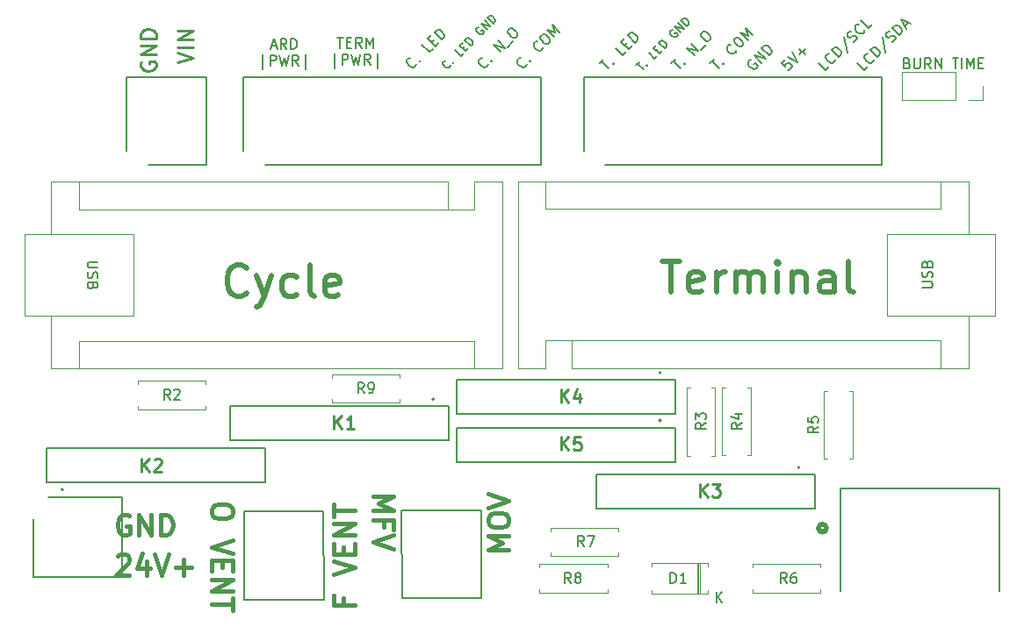
<source format=gto>
G04 #@! TF.GenerationSoftware,KiCad,Pcbnew,7.0.7*
G04 #@! TF.CreationDate,2024-09-25T19:28:55-07:00*
G04 #@! TF.ProjectId,ACS Arduino Board,41435320-4172-4647-9569-6e6f20426f61,rev?*
G04 #@! TF.SameCoordinates,Original*
G04 #@! TF.FileFunction,Legend,Top*
G04 #@! TF.FilePolarity,Positive*
%FSLAX46Y46*%
G04 Gerber Fmt 4.6, Leading zero omitted, Abs format (unit mm)*
G04 Created by KiCad (PCBNEW 7.0.7) date 2024-09-25 19:28:55*
%MOMM*%
%LPD*%
G01*
G04 APERTURE LIST*
%ADD10C,0.150000*%
%ADD11C,0.500000*%
%ADD12C,0.400000*%
%ADD13C,0.250000*%
%ADD14C,0.254000*%
%ADD15C,0.200000*%
%ADD16C,0.120000*%
%ADD17C,0.152400*%
%ADD18C,0.508000*%
%ADD19C,1.700000*%
%ADD20R,1.800000X1.800000*%
%ADD21O,1.800000X1.800000*%
%ADD22C,1.600000*%
%ADD23O,1.600000X1.600000*%
%ADD24R,1.600000X1.600000*%
%ADD25C,3.600000*%
%ADD26C,5.600000*%
%ADD27C,3.200400*%
%ADD28C,1.397000*%
%ADD29R,2.025000X2.025000*%
%ADD30C,2.025000*%
%ADD31R,1.700000X1.700000*%
%ADD32O,1.700000X1.700000*%
G04 APERTURE END LIST*
D10*
X64092804Y-30378404D02*
X64092804Y-30445748D01*
X64092804Y-30445748D02*
X64025461Y-30580435D01*
X64025461Y-30580435D02*
X63958117Y-30647778D01*
X63958117Y-30647778D02*
X63823430Y-30715122D01*
X63823430Y-30715122D02*
X63688743Y-30715122D01*
X63688743Y-30715122D02*
X63587728Y-30681450D01*
X63587728Y-30681450D02*
X63419369Y-30580435D01*
X63419369Y-30580435D02*
X63318354Y-30479420D01*
X63318354Y-30479420D02*
X63217339Y-30311061D01*
X63217339Y-30311061D02*
X63183667Y-30210046D01*
X63183667Y-30210046D02*
X63183667Y-30075358D01*
X63183667Y-30075358D02*
X63251010Y-29940671D01*
X63251010Y-29940671D02*
X63318354Y-29873328D01*
X63318354Y-29873328D02*
X63453041Y-29805984D01*
X63453041Y-29805984D02*
X63520384Y-29805984D01*
X64395850Y-30075358D02*
X64463193Y-30075358D01*
X64463193Y-30075358D02*
X64463193Y-30142702D01*
X64463193Y-30142702D02*
X64395850Y-30142702D01*
X64395850Y-30142702D02*
X64395850Y-30075358D01*
X64395850Y-30075358D02*
X64463193Y-30142702D01*
X65675376Y-28930519D02*
X65338659Y-29267237D01*
X65338659Y-29267237D02*
X64631552Y-28560130D01*
X65540689Y-28324427D02*
X65776392Y-28088725D01*
X66247796Y-28358099D02*
X65911079Y-28694817D01*
X65911079Y-28694817D02*
X65203972Y-27987710D01*
X65203972Y-27987710D02*
X65540689Y-27650992D01*
X66550842Y-28055053D02*
X65843735Y-27347947D01*
X65843735Y-27347947D02*
X66012094Y-27179588D01*
X66012094Y-27179588D02*
X66146781Y-27112244D01*
X66146781Y-27112244D02*
X66281468Y-27112244D01*
X66281468Y-27112244D02*
X66382483Y-27145916D01*
X66382483Y-27145916D02*
X66550842Y-27246931D01*
X66550842Y-27246931D02*
X66651857Y-27347947D01*
X66651857Y-27347947D02*
X66752872Y-27516305D01*
X66752872Y-27516305D02*
X66786544Y-27617321D01*
X66786544Y-27617321D02*
X66786544Y-27752008D01*
X66786544Y-27752008D02*
X66719201Y-27886695D01*
X66719201Y-27886695D02*
X66550842Y-28055053D01*
D11*
X47707518Y-52541142D02*
X47564661Y-52684000D01*
X47564661Y-52684000D02*
X47136089Y-52826857D01*
X47136089Y-52826857D02*
X46850375Y-52826857D01*
X46850375Y-52826857D02*
X46421804Y-52684000D01*
X46421804Y-52684000D02*
X46136089Y-52398285D01*
X46136089Y-52398285D02*
X45993232Y-52112571D01*
X45993232Y-52112571D02*
X45850375Y-51541142D01*
X45850375Y-51541142D02*
X45850375Y-51112571D01*
X45850375Y-51112571D02*
X45993232Y-50541142D01*
X45993232Y-50541142D02*
X46136089Y-50255428D01*
X46136089Y-50255428D02*
X46421804Y-49969714D01*
X46421804Y-49969714D02*
X46850375Y-49826857D01*
X46850375Y-49826857D02*
X47136089Y-49826857D01*
X47136089Y-49826857D02*
X47564661Y-49969714D01*
X47564661Y-49969714D02*
X47707518Y-50112571D01*
X48707518Y-50826857D02*
X49421804Y-52826857D01*
X50136089Y-50826857D02*
X49421804Y-52826857D01*
X49421804Y-52826857D02*
X49136089Y-53541142D01*
X49136089Y-53541142D02*
X48993232Y-53684000D01*
X48993232Y-53684000D02*
X48707518Y-53826857D01*
X52564661Y-52684000D02*
X52278946Y-52826857D01*
X52278946Y-52826857D02*
X51707518Y-52826857D01*
X51707518Y-52826857D02*
X51421803Y-52684000D01*
X51421803Y-52684000D02*
X51278946Y-52541142D01*
X51278946Y-52541142D02*
X51136089Y-52255428D01*
X51136089Y-52255428D02*
X51136089Y-51398285D01*
X51136089Y-51398285D02*
X51278946Y-51112571D01*
X51278946Y-51112571D02*
X51421803Y-50969714D01*
X51421803Y-50969714D02*
X51707518Y-50826857D01*
X51707518Y-50826857D02*
X52278946Y-50826857D01*
X52278946Y-50826857D02*
X52564661Y-50969714D01*
X54278947Y-52826857D02*
X53993232Y-52684000D01*
X53993232Y-52684000D02*
X53850375Y-52398285D01*
X53850375Y-52398285D02*
X53850375Y-49826857D01*
X56564661Y-52684000D02*
X56278947Y-52826857D01*
X56278947Y-52826857D02*
X55707519Y-52826857D01*
X55707519Y-52826857D02*
X55421804Y-52684000D01*
X55421804Y-52684000D02*
X55278947Y-52398285D01*
X55278947Y-52398285D02*
X55278947Y-51255428D01*
X55278947Y-51255428D02*
X55421804Y-50969714D01*
X55421804Y-50969714D02*
X55707519Y-50826857D01*
X55707519Y-50826857D02*
X56278947Y-50826857D01*
X56278947Y-50826857D02*
X56564661Y-50969714D01*
X56564661Y-50969714D02*
X56707519Y-51255428D01*
X56707519Y-51255428D02*
X56707519Y-51541142D01*
X56707519Y-51541142D02*
X55278947Y-51826857D01*
D12*
X36406966Y-74001676D02*
X36216490Y-73906438D01*
X36216490Y-73906438D02*
X35930776Y-73906438D01*
X35930776Y-73906438D02*
X35645061Y-74001676D01*
X35645061Y-74001676D02*
X35454585Y-74192152D01*
X35454585Y-74192152D02*
X35359347Y-74382628D01*
X35359347Y-74382628D02*
X35264109Y-74763580D01*
X35264109Y-74763580D02*
X35264109Y-75049295D01*
X35264109Y-75049295D02*
X35359347Y-75430247D01*
X35359347Y-75430247D02*
X35454585Y-75620723D01*
X35454585Y-75620723D02*
X35645061Y-75811200D01*
X35645061Y-75811200D02*
X35930776Y-75906438D01*
X35930776Y-75906438D02*
X36121252Y-75906438D01*
X36121252Y-75906438D02*
X36406966Y-75811200D01*
X36406966Y-75811200D02*
X36502204Y-75715961D01*
X36502204Y-75715961D02*
X36502204Y-75049295D01*
X36502204Y-75049295D02*
X36121252Y-75049295D01*
X37359347Y-75906438D02*
X37359347Y-73906438D01*
X37359347Y-73906438D02*
X38502204Y-75906438D01*
X38502204Y-75906438D02*
X38502204Y-73906438D01*
X39454585Y-75906438D02*
X39454585Y-73906438D01*
X39454585Y-73906438D02*
X39930775Y-73906438D01*
X39930775Y-73906438D02*
X40216490Y-74001676D01*
X40216490Y-74001676D02*
X40406966Y-74192152D01*
X40406966Y-74192152D02*
X40502204Y-74382628D01*
X40502204Y-74382628D02*
X40597442Y-74763580D01*
X40597442Y-74763580D02*
X40597442Y-75049295D01*
X40597442Y-75049295D02*
X40502204Y-75430247D01*
X40502204Y-75430247D02*
X40406966Y-75620723D01*
X40406966Y-75620723D02*
X40216490Y-75811200D01*
X40216490Y-75811200D02*
X39930775Y-75906438D01*
X39930775Y-75906438D02*
X39454585Y-75906438D01*
X72994438Y-77310652D02*
X70994438Y-77310652D01*
X70994438Y-77310652D02*
X72423009Y-76643985D01*
X72423009Y-76643985D02*
X70994438Y-75977319D01*
X70994438Y-75977319D02*
X72994438Y-75977319D01*
X70994438Y-74643986D02*
X70994438Y-74263033D01*
X70994438Y-74263033D02*
X71089676Y-74072557D01*
X71089676Y-74072557D02*
X71280152Y-73882081D01*
X71280152Y-73882081D02*
X71661104Y-73786843D01*
X71661104Y-73786843D02*
X72327771Y-73786843D01*
X72327771Y-73786843D02*
X72708723Y-73882081D01*
X72708723Y-73882081D02*
X72899200Y-74072557D01*
X72899200Y-74072557D02*
X72994438Y-74263033D01*
X72994438Y-74263033D02*
X72994438Y-74643986D01*
X72994438Y-74643986D02*
X72899200Y-74834462D01*
X72899200Y-74834462D02*
X72708723Y-75024938D01*
X72708723Y-75024938D02*
X72327771Y-75120176D01*
X72327771Y-75120176D02*
X71661104Y-75120176D01*
X71661104Y-75120176D02*
X71280152Y-75024938D01*
X71280152Y-75024938D02*
X71089676Y-74834462D01*
X71089676Y-74834462D02*
X70994438Y-74643986D01*
X70994438Y-73215414D02*
X72994438Y-72548748D01*
X72994438Y-72548748D02*
X70994438Y-71882081D01*
D10*
X81757965Y-30363717D02*
X82162026Y-29959656D01*
X82667102Y-30868794D02*
X81959995Y-30161687D01*
X83037491Y-30363717D02*
X83104835Y-30363717D01*
X83104835Y-30363717D02*
X83104835Y-30431061D01*
X83104835Y-30431061D02*
X83037491Y-30431061D01*
X83037491Y-30431061D02*
X83037491Y-30363717D01*
X83037491Y-30363717D02*
X83104835Y-30431061D01*
X84317018Y-29218878D02*
X83980300Y-29555595D01*
X83980300Y-29555595D02*
X83273193Y-28848488D01*
X84182331Y-28612786D02*
X84418033Y-28377084D01*
X84889438Y-28646458D02*
X84552720Y-28983175D01*
X84552720Y-28983175D02*
X83845613Y-28276069D01*
X83845613Y-28276069D02*
X84182331Y-27939351D01*
X85192483Y-28343412D02*
X84485377Y-27636305D01*
X84485377Y-27636305D02*
X84653735Y-27467946D01*
X84653735Y-27467946D02*
X84788422Y-27400603D01*
X84788422Y-27400603D02*
X84923109Y-27400603D01*
X84923109Y-27400603D02*
X85024125Y-27434275D01*
X85024125Y-27434275D02*
X85192483Y-27535290D01*
X85192483Y-27535290D02*
X85293499Y-27636305D01*
X85293499Y-27636305D02*
X85394514Y-27804664D01*
X85394514Y-27804664D02*
X85428186Y-27905679D01*
X85428186Y-27905679D02*
X85428186Y-28040366D01*
X85428186Y-28040366D02*
X85360842Y-28175053D01*
X85360842Y-28175053D02*
X85192483Y-28343412D01*
X99655697Y-29975984D02*
X99318980Y-30312702D01*
X99318980Y-30312702D02*
X99622026Y-30683091D01*
X99622026Y-30683091D02*
X99622026Y-30615748D01*
X99622026Y-30615748D02*
X99655697Y-30514733D01*
X99655697Y-30514733D02*
X99824056Y-30346374D01*
X99824056Y-30346374D02*
X99925071Y-30312702D01*
X99925071Y-30312702D02*
X99992415Y-30312702D01*
X99992415Y-30312702D02*
X100093430Y-30346374D01*
X100093430Y-30346374D02*
X100261789Y-30514733D01*
X100261789Y-30514733D02*
X100295461Y-30615748D01*
X100295461Y-30615748D02*
X100295461Y-30683091D01*
X100295461Y-30683091D02*
X100261789Y-30784107D01*
X100261789Y-30784107D02*
X100093430Y-30952465D01*
X100093430Y-30952465D02*
X99992415Y-30986137D01*
X99992415Y-30986137D02*
X99925071Y-30986137D01*
X99891400Y-29740282D02*
X100834209Y-30211687D01*
X100834209Y-30211687D02*
X100362804Y-29268878D01*
X101036239Y-29470908D02*
X101574987Y-28932160D01*
X101574987Y-29470908D02*
X101036239Y-28932160D01*
X74722804Y-30378404D02*
X74722804Y-30445748D01*
X74722804Y-30445748D02*
X74655461Y-30580435D01*
X74655461Y-30580435D02*
X74588117Y-30647778D01*
X74588117Y-30647778D02*
X74453430Y-30715122D01*
X74453430Y-30715122D02*
X74318743Y-30715122D01*
X74318743Y-30715122D02*
X74217728Y-30681450D01*
X74217728Y-30681450D02*
X74049369Y-30580435D01*
X74049369Y-30580435D02*
X73948354Y-30479420D01*
X73948354Y-30479420D02*
X73847339Y-30311061D01*
X73847339Y-30311061D02*
X73813667Y-30210046D01*
X73813667Y-30210046D02*
X73813667Y-30075358D01*
X73813667Y-30075358D02*
X73881010Y-29940671D01*
X73881010Y-29940671D02*
X73948354Y-29873328D01*
X73948354Y-29873328D02*
X74083041Y-29805984D01*
X74083041Y-29805984D02*
X74150384Y-29805984D01*
X75025850Y-30075358D02*
X75093193Y-30075358D01*
X75093193Y-30075358D02*
X75093193Y-30142702D01*
X75093193Y-30142702D02*
X75025850Y-30142702D01*
X75025850Y-30142702D02*
X75025850Y-30075358D01*
X75025850Y-30075358D02*
X75093193Y-30142702D01*
X76305376Y-28795832D02*
X76305376Y-28863176D01*
X76305376Y-28863176D02*
X76238033Y-28997863D01*
X76238033Y-28997863D02*
X76170689Y-29065206D01*
X76170689Y-29065206D02*
X76036002Y-29132550D01*
X76036002Y-29132550D02*
X75901315Y-29132550D01*
X75901315Y-29132550D02*
X75800300Y-29098878D01*
X75800300Y-29098878D02*
X75631941Y-28997863D01*
X75631941Y-28997863D02*
X75530926Y-28896847D01*
X75530926Y-28896847D02*
X75429911Y-28728489D01*
X75429911Y-28728489D02*
X75396239Y-28627473D01*
X75396239Y-28627473D02*
X75396239Y-28492786D01*
X75396239Y-28492786D02*
X75463582Y-28358099D01*
X75463582Y-28358099D02*
X75530926Y-28290756D01*
X75530926Y-28290756D02*
X75665613Y-28223412D01*
X75665613Y-28223412D02*
X75732956Y-28223412D01*
X76103346Y-27718336D02*
X76238033Y-27583649D01*
X76238033Y-27583649D02*
X76339048Y-27549977D01*
X76339048Y-27549977D02*
X76473735Y-27549977D01*
X76473735Y-27549977D02*
X76642094Y-27650993D01*
X76642094Y-27650993D02*
X76877796Y-27886695D01*
X76877796Y-27886695D02*
X76978811Y-28055054D01*
X76978811Y-28055054D02*
X76978811Y-28189741D01*
X76978811Y-28189741D02*
X76945139Y-28290756D01*
X76945139Y-28290756D02*
X76810452Y-28425443D01*
X76810452Y-28425443D02*
X76709437Y-28459115D01*
X76709437Y-28459115D02*
X76574750Y-28459115D01*
X76574750Y-28459115D02*
X76406391Y-28358099D01*
X76406391Y-28358099D02*
X76170689Y-28122397D01*
X76170689Y-28122397D02*
X76069674Y-27954038D01*
X76069674Y-27954038D02*
X76069674Y-27819351D01*
X76069674Y-27819351D02*
X76103346Y-27718336D01*
X77416544Y-27819351D02*
X76709437Y-27112245D01*
X76709437Y-27112245D02*
X77450216Y-27381619D01*
X77450216Y-27381619D02*
X77180842Y-26640840D01*
X77180842Y-26640840D02*
X77887949Y-27347947D01*
X92387965Y-30363717D02*
X92792026Y-29959656D01*
X93297102Y-30868794D02*
X92589995Y-30161687D01*
X93667491Y-30363717D02*
X93734835Y-30363717D01*
X93734835Y-30363717D02*
X93734835Y-30431061D01*
X93734835Y-30431061D02*
X93667491Y-30431061D01*
X93667491Y-30431061D02*
X93667491Y-30363717D01*
X93667491Y-30363717D02*
X93734835Y-30431061D01*
X94947018Y-29084191D02*
X94947018Y-29151534D01*
X94947018Y-29151534D02*
X94879674Y-29286221D01*
X94879674Y-29286221D02*
X94812331Y-29353565D01*
X94812331Y-29353565D02*
X94677644Y-29420908D01*
X94677644Y-29420908D02*
X94542957Y-29420908D01*
X94542957Y-29420908D02*
X94441941Y-29387236D01*
X94441941Y-29387236D02*
X94273583Y-29286221D01*
X94273583Y-29286221D02*
X94172567Y-29185206D01*
X94172567Y-29185206D02*
X94071552Y-29016847D01*
X94071552Y-29016847D02*
X94037880Y-28915832D01*
X94037880Y-28915832D02*
X94037880Y-28781145D01*
X94037880Y-28781145D02*
X94105224Y-28646458D01*
X94105224Y-28646458D02*
X94172567Y-28579114D01*
X94172567Y-28579114D02*
X94307254Y-28511771D01*
X94307254Y-28511771D02*
X94374598Y-28511771D01*
X94744987Y-28006695D02*
X94879674Y-27872008D01*
X94879674Y-27872008D02*
X94980689Y-27838336D01*
X94980689Y-27838336D02*
X95115376Y-27838336D01*
X95115376Y-27838336D02*
X95283735Y-27939351D01*
X95283735Y-27939351D02*
X95519437Y-28175053D01*
X95519437Y-28175053D02*
X95620453Y-28343412D01*
X95620453Y-28343412D02*
X95620453Y-28478099D01*
X95620453Y-28478099D02*
X95586781Y-28579114D01*
X95586781Y-28579114D02*
X95452094Y-28713801D01*
X95452094Y-28713801D02*
X95351079Y-28747473D01*
X95351079Y-28747473D02*
X95216392Y-28747473D01*
X95216392Y-28747473D02*
X95048033Y-28646458D01*
X95048033Y-28646458D02*
X94812331Y-28410756D01*
X94812331Y-28410756D02*
X94711315Y-28242397D01*
X94711315Y-28242397D02*
X94711315Y-28107710D01*
X94711315Y-28107710D02*
X94744987Y-28006695D01*
X96058185Y-28107710D02*
X95351079Y-27400603D01*
X95351079Y-27400603D02*
X96091857Y-27669977D01*
X96091857Y-27669977D02*
X95822483Y-26929199D01*
X95822483Y-26929199D02*
X96529590Y-27636305D01*
D13*
X41093428Y-30282669D02*
X42593428Y-29782669D01*
X42593428Y-29782669D02*
X41093428Y-29282669D01*
X42593428Y-28782670D02*
X41093428Y-28782670D01*
X42593428Y-28068384D02*
X41093428Y-28068384D01*
X41093428Y-28068384D02*
X42593428Y-27211241D01*
X42593428Y-27211241D02*
X41093428Y-27211241D01*
D11*
X87784661Y-49466857D02*
X89498947Y-49466857D01*
X88641804Y-52466857D02*
X88641804Y-49466857D01*
X91641803Y-52324000D02*
X91356089Y-52466857D01*
X91356089Y-52466857D02*
X90784661Y-52466857D01*
X90784661Y-52466857D02*
X90498946Y-52324000D01*
X90498946Y-52324000D02*
X90356089Y-52038285D01*
X90356089Y-52038285D02*
X90356089Y-50895428D01*
X90356089Y-50895428D02*
X90498946Y-50609714D01*
X90498946Y-50609714D02*
X90784661Y-50466857D01*
X90784661Y-50466857D02*
X91356089Y-50466857D01*
X91356089Y-50466857D02*
X91641803Y-50609714D01*
X91641803Y-50609714D02*
X91784661Y-50895428D01*
X91784661Y-50895428D02*
X91784661Y-51181142D01*
X91784661Y-51181142D02*
X90356089Y-51466857D01*
X93070375Y-52466857D02*
X93070375Y-50466857D01*
X93070375Y-51038285D02*
X93213232Y-50752571D01*
X93213232Y-50752571D02*
X93356090Y-50609714D01*
X93356090Y-50609714D02*
X93641804Y-50466857D01*
X93641804Y-50466857D02*
X93927518Y-50466857D01*
X94927518Y-52466857D02*
X94927518Y-50466857D01*
X94927518Y-50752571D02*
X95070375Y-50609714D01*
X95070375Y-50609714D02*
X95356090Y-50466857D01*
X95356090Y-50466857D02*
X95784661Y-50466857D01*
X95784661Y-50466857D02*
X96070375Y-50609714D01*
X96070375Y-50609714D02*
X96213233Y-50895428D01*
X96213233Y-50895428D02*
X96213233Y-52466857D01*
X96213233Y-50895428D02*
X96356090Y-50609714D01*
X96356090Y-50609714D02*
X96641804Y-50466857D01*
X96641804Y-50466857D02*
X97070375Y-50466857D01*
X97070375Y-50466857D02*
X97356090Y-50609714D01*
X97356090Y-50609714D02*
X97498947Y-50895428D01*
X97498947Y-50895428D02*
X97498947Y-52466857D01*
X98927518Y-52466857D02*
X98927518Y-50466857D01*
X98927518Y-49466857D02*
X98784661Y-49609714D01*
X98784661Y-49609714D02*
X98927518Y-49752571D01*
X98927518Y-49752571D02*
X99070375Y-49609714D01*
X99070375Y-49609714D02*
X98927518Y-49466857D01*
X98927518Y-49466857D02*
X98927518Y-49752571D01*
X100356089Y-50466857D02*
X100356089Y-52466857D01*
X100356089Y-50752571D02*
X100498946Y-50609714D01*
X100498946Y-50609714D02*
X100784661Y-50466857D01*
X100784661Y-50466857D02*
X101213232Y-50466857D01*
X101213232Y-50466857D02*
X101498946Y-50609714D01*
X101498946Y-50609714D02*
X101641804Y-50895428D01*
X101641804Y-50895428D02*
X101641804Y-52466857D01*
X104356090Y-52466857D02*
X104356090Y-50895428D01*
X104356090Y-50895428D02*
X104213232Y-50609714D01*
X104213232Y-50609714D02*
X103927518Y-50466857D01*
X103927518Y-50466857D02*
X103356090Y-50466857D01*
X103356090Y-50466857D02*
X103070375Y-50609714D01*
X104356090Y-52324000D02*
X104070375Y-52466857D01*
X104070375Y-52466857D02*
X103356090Y-52466857D01*
X103356090Y-52466857D02*
X103070375Y-52324000D01*
X103070375Y-52324000D02*
X102927518Y-52038285D01*
X102927518Y-52038285D02*
X102927518Y-51752571D01*
X102927518Y-51752571D02*
X103070375Y-51466857D01*
X103070375Y-51466857D02*
X103356090Y-51324000D01*
X103356090Y-51324000D02*
X104070375Y-51324000D01*
X104070375Y-51324000D02*
X104356090Y-51181142D01*
X106213233Y-52466857D02*
X105927518Y-52324000D01*
X105927518Y-52324000D02*
X105784661Y-52038285D01*
X105784661Y-52038285D02*
X105784661Y-49466857D01*
D10*
X56470476Y-27849819D02*
X57041904Y-27849819D01*
X56756190Y-28849819D02*
X56756190Y-27849819D01*
X57375238Y-28326009D02*
X57708571Y-28326009D01*
X57851428Y-28849819D02*
X57375238Y-28849819D01*
X57375238Y-28849819D02*
X57375238Y-27849819D01*
X57375238Y-27849819D02*
X57851428Y-27849819D01*
X58851428Y-28849819D02*
X58518095Y-28373628D01*
X58280000Y-28849819D02*
X58280000Y-27849819D01*
X58280000Y-27849819D02*
X58660952Y-27849819D01*
X58660952Y-27849819D02*
X58756190Y-27897438D01*
X58756190Y-27897438D02*
X58803809Y-27945057D01*
X58803809Y-27945057D02*
X58851428Y-28040295D01*
X58851428Y-28040295D02*
X58851428Y-28183152D01*
X58851428Y-28183152D02*
X58803809Y-28278390D01*
X58803809Y-28278390D02*
X58756190Y-28326009D01*
X58756190Y-28326009D02*
X58660952Y-28373628D01*
X58660952Y-28373628D02*
X58280000Y-28373628D01*
X59280000Y-28849819D02*
X59280000Y-27849819D01*
X59280000Y-27849819D02*
X59613333Y-28564104D01*
X59613333Y-28564104D02*
X59946666Y-27849819D01*
X59946666Y-27849819D02*
X59946666Y-28849819D01*
X56232381Y-30793152D02*
X56232381Y-29364580D01*
X56946667Y-30459819D02*
X56946667Y-29459819D01*
X56946667Y-29459819D02*
X57327619Y-29459819D01*
X57327619Y-29459819D02*
X57422857Y-29507438D01*
X57422857Y-29507438D02*
X57470476Y-29555057D01*
X57470476Y-29555057D02*
X57518095Y-29650295D01*
X57518095Y-29650295D02*
X57518095Y-29793152D01*
X57518095Y-29793152D02*
X57470476Y-29888390D01*
X57470476Y-29888390D02*
X57422857Y-29936009D01*
X57422857Y-29936009D02*
X57327619Y-29983628D01*
X57327619Y-29983628D02*
X56946667Y-29983628D01*
X57851429Y-29459819D02*
X58089524Y-30459819D01*
X58089524Y-30459819D02*
X58280000Y-29745533D01*
X58280000Y-29745533D02*
X58470476Y-30459819D01*
X58470476Y-30459819D02*
X58708572Y-29459819D01*
X59660952Y-30459819D02*
X59327619Y-29983628D01*
X59089524Y-30459819D02*
X59089524Y-29459819D01*
X59089524Y-29459819D02*
X59470476Y-29459819D01*
X59470476Y-29459819D02*
X59565714Y-29507438D01*
X59565714Y-29507438D02*
X59613333Y-29555057D01*
X59613333Y-29555057D02*
X59660952Y-29650295D01*
X59660952Y-29650295D02*
X59660952Y-29793152D01*
X59660952Y-29793152D02*
X59613333Y-29888390D01*
X59613333Y-29888390D02*
X59565714Y-29936009D01*
X59565714Y-29936009D02*
X59470476Y-29983628D01*
X59470476Y-29983628D02*
X59089524Y-29983628D01*
X60327619Y-30793152D02*
X60327619Y-29364580D01*
X107622804Y-30683091D02*
X107286087Y-31019809D01*
X107286087Y-31019809D02*
X106578980Y-30312702D01*
X108195224Y-29975984D02*
X108195224Y-30043328D01*
X108195224Y-30043328D02*
X108127880Y-30178015D01*
X108127880Y-30178015D02*
X108060537Y-30245358D01*
X108060537Y-30245358D02*
X107925850Y-30312702D01*
X107925850Y-30312702D02*
X107791163Y-30312702D01*
X107791163Y-30312702D02*
X107690148Y-30279030D01*
X107690148Y-30279030D02*
X107521789Y-30178015D01*
X107521789Y-30178015D02*
X107420774Y-30077000D01*
X107420774Y-30077000D02*
X107319758Y-29908641D01*
X107319758Y-29908641D02*
X107286087Y-29807626D01*
X107286087Y-29807626D02*
X107286087Y-29672939D01*
X107286087Y-29672939D02*
X107353430Y-29538252D01*
X107353430Y-29538252D02*
X107420774Y-29470908D01*
X107420774Y-29470908D02*
X107555461Y-29403565D01*
X107555461Y-29403565D02*
X107622804Y-29403565D01*
X108565613Y-29740282D02*
X107858506Y-29033175D01*
X107858506Y-29033175D02*
X108026865Y-28864817D01*
X108026865Y-28864817D02*
X108161552Y-28797473D01*
X108161552Y-28797473D02*
X108296239Y-28797473D01*
X108296239Y-28797473D02*
X108397254Y-28831145D01*
X108397254Y-28831145D02*
X108565613Y-28932160D01*
X108565613Y-28932160D02*
X108666628Y-29033175D01*
X108666628Y-29033175D02*
X108767644Y-29201534D01*
X108767644Y-29201534D02*
X108801316Y-29302549D01*
X108801316Y-29302549D02*
X108801316Y-29437236D01*
X108801316Y-29437236D02*
X108733972Y-29571923D01*
X108733972Y-29571923D02*
X108565613Y-29740282D01*
X109037018Y-27787321D02*
X109340064Y-29302549D01*
X109946155Y-28292397D02*
X110080842Y-28225053D01*
X110080842Y-28225053D02*
X110249201Y-28056695D01*
X110249201Y-28056695D02*
X110282873Y-27955679D01*
X110282873Y-27955679D02*
X110282873Y-27888336D01*
X110282873Y-27888336D02*
X110249201Y-27787321D01*
X110249201Y-27787321D02*
X110181857Y-27719977D01*
X110181857Y-27719977D02*
X110080842Y-27686305D01*
X110080842Y-27686305D02*
X110013499Y-27686305D01*
X110013499Y-27686305D02*
X109912483Y-27719977D01*
X109912483Y-27719977D02*
X109744125Y-27820992D01*
X109744125Y-27820992D02*
X109643109Y-27854664D01*
X109643109Y-27854664D02*
X109575766Y-27854664D01*
X109575766Y-27854664D02*
X109474750Y-27820992D01*
X109474750Y-27820992D02*
X109407407Y-27753649D01*
X109407407Y-27753649D02*
X109373735Y-27652634D01*
X109373735Y-27652634D02*
X109373735Y-27585290D01*
X109373735Y-27585290D02*
X109407407Y-27484275D01*
X109407407Y-27484275D02*
X109575766Y-27315916D01*
X109575766Y-27315916D02*
X109710453Y-27248573D01*
X110686934Y-27618962D02*
X109979827Y-26911855D01*
X109979827Y-26911855D02*
X110148186Y-26743496D01*
X110148186Y-26743496D02*
X110282873Y-26676153D01*
X110282873Y-26676153D02*
X110417560Y-26676153D01*
X110417560Y-26676153D02*
X110518575Y-26709824D01*
X110518575Y-26709824D02*
X110686934Y-26810840D01*
X110686934Y-26810840D02*
X110787949Y-26911855D01*
X110787949Y-26911855D02*
X110888964Y-27080214D01*
X110888964Y-27080214D02*
X110922636Y-27181229D01*
X110922636Y-27181229D02*
X110922636Y-27315916D01*
X110922636Y-27315916D02*
X110855292Y-27450603D01*
X110855292Y-27450603D02*
X110686934Y-27618962D01*
X111158338Y-26743496D02*
X111495056Y-26406779D01*
X111293025Y-27012870D02*
X110821621Y-26070061D01*
X110821621Y-26070061D02*
X111764430Y-26541466D01*
D12*
X46365561Y-73412079D02*
X46365561Y-73793032D01*
X46365561Y-73793032D02*
X46270323Y-73983508D01*
X46270323Y-73983508D02*
X46079847Y-74173984D01*
X46079847Y-74173984D02*
X45698895Y-74269222D01*
X45698895Y-74269222D02*
X45032228Y-74269222D01*
X45032228Y-74269222D02*
X44651276Y-74173984D01*
X44651276Y-74173984D02*
X44460800Y-73983508D01*
X44460800Y-73983508D02*
X44365561Y-73793032D01*
X44365561Y-73793032D02*
X44365561Y-73412079D01*
X44365561Y-73412079D02*
X44460800Y-73221603D01*
X44460800Y-73221603D02*
X44651276Y-73031127D01*
X44651276Y-73031127D02*
X45032228Y-72935889D01*
X45032228Y-72935889D02*
X45698895Y-72935889D01*
X45698895Y-72935889D02*
X46079847Y-73031127D01*
X46079847Y-73031127D02*
X46270323Y-73221603D01*
X46270323Y-73221603D02*
X46365561Y-73412079D01*
X46365561Y-76364461D02*
X44365561Y-77031127D01*
X44365561Y-77031127D02*
X46365561Y-77697794D01*
X45413180Y-78364461D02*
X45413180Y-79031128D01*
X44365561Y-79316842D02*
X44365561Y-78364461D01*
X44365561Y-78364461D02*
X46365561Y-78364461D01*
X46365561Y-78364461D02*
X46365561Y-79316842D01*
X44365561Y-80173985D02*
X46365561Y-80173985D01*
X46365561Y-80173985D02*
X44365561Y-81316842D01*
X44365561Y-81316842D02*
X46365561Y-81316842D01*
X46365561Y-81983509D02*
X46365561Y-83126366D01*
X44365561Y-82554937D02*
X46365561Y-82554937D01*
D10*
X111414112Y-30334009D02*
X111556969Y-30381628D01*
X111556969Y-30381628D02*
X111604588Y-30429247D01*
X111604588Y-30429247D02*
X111652207Y-30524485D01*
X111652207Y-30524485D02*
X111652207Y-30667342D01*
X111652207Y-30667342D02*
X111604588Y-30762580D01*
X111604588Y-30762580D02*
X111556969Y-30810200D01*
X111556969Y-30810200D02*
X111461731Y-30857819D01*
X111461731Y-30857819D02*
X111080779Y-30857819D01*
X111080779Y-30857819D02*
X111080779Y-29857819D01*
X111080779Y-29857819D02*
X111414112Y-29857819D01*
X111414112Y-29857819D02*
X111509350Y-29905438D01*
X111509350Y-29905438D02*
X111556969Y-29953057D01*
X111556969Y-29953057D02*
X111604588Y-30048295D01*
X111604588Y-30048295D02*
X111604588Y-30143533D01*
X111604588Y-30143533D02*
X111556969Y-30238771D01*
X111556969Y-30238771D02*
X111509350Y-30286390D01*
X111509350Y-30286390D02*
X111414112Y-30334009D01*
X111414112Y-30334009D02*
X111080779Y-30334009D01*
X112080779Y-29857819D02*
X112080779Y-30667342D01*
X112080779Y-30667342D02*
X112128398Y-30762580D01*
X112128398Y-30762580D02*
X112176017Y-30810200D01*
X112176017Y-30810200D02*
X112271255Y-30857819D01*
X112271255Y-30857819D02*
X112461731Y-30857819D01*
X112461731Y-30857819D02*
X112556969Y-30810200D01*
X112556969Y-30810200D02*
X112604588Y-30762580D01*
X112604588Y-30762580D02*
X112652207Y-30667342D01*
X112652207Y-30667342D02*
X112652207Y-29857819D01*
X113699826Y-30857819D02*
X113366493Y-30381628D01*
X113128398Y-30857819D02*
X113128398Y-29857819D01*
X113128398Y-29857819D02*
X113509350Y-29857819D01*
X113509350Y-29857819D02*
X113604588Y-29905438D01*
X113604588Y-29905438D02*
X113652207Y-29953057D01*
X113652207Y-29953057D02*
X113699826Y-30048295D01*
X113699826Y-30048295D02*
X113699826Y-30191152D01*
X113699826Y-30191152D02*
X113652207Y-30286390D01*
X113652207Y-30286390D02*
X113604588Y-30334009D01*
X113604588Y-30334009D02*
X113509350Y-30381628D01*
X113509350Y-30381628D02*
X113128398Y-30381628D01*
X114128398Y-30857819D02*
X114128398Y-29857819D01*
X114128398Y-29857819D02*
X114699826Y-30857819D01*
X114699826Y-30857819D02*
X114699826Y-29857819D01*
X115795065Y-29857819D02*
X116366493Y-29857819D01*
X116080779Y-30857819D02*
X116080779Y-29857819D01*
X116699827Y-30857819D02*
X116699827Y-29857819D01*
X117176017Y-30857819D02*
X117176017Y-29857819D01*
X117176017Y-29857819D02*
X117509350Y-30572104D01*
X117509350Y-30572104D02*
X117842683Y-29857819D01*
X117842683Y-29857819D02*
X117842683Y-30857819D01*
X118318874Y-30334009D02*
X118652207Y-30334009D01*
X118795064Y-30857819D02*
X118318874Y-30857819D01*
X118318874Y-30857819D02*
X118318874Y-29857819D01*
X118318874Y-29857819D02*
X118795064Y-29857819D01*
X85273224Y-30535915D02*
X85596473Y-30212666D01*
X86000534Y-30939976D02*
X85434849Y-30374290D01*
X86296846Y-30535914D02*
X86350721Y-30535914D01*
X86350721Y-30535914D02*
X86350721Y-30589789D01*
X86350721Y-30589789D02*
X86296846Y-30589789D01*
X86296846Y-30589789D02*
X86296846Y-30535914D01*
X86296846Y-30535914D02*
X86350721Y-30589789D01*
X87320467Y-29620043D02*
X87051093Y-29889417D01*
X87051093Y-29889417D02*
X86485408Y-29323732D01*
X87212717Y-29135170D02*
X87401279Y-28946608D01*
X87778403Y-29162107D02*
X87509029Y-29431481D01*
X87509029Y-29431481D02*
X86943343Y-28865796D01*
X86943343Y-28865796D02*
X87212717Y-28596422D01*
X88020840Y-28919670D02*
X87455154Y-28353985D01*
X87455154Y-28353985D02*
X87589841Y-28219298D01*
X87589841Y-28219298D02*
X87697591Y-28165423D01*
X87697591Y-28165423D02*
X87805340Y-28165423D01*
X87805340Y-28165423D02*
X87886153Y-28192360D01*
X87886153Y-28192360D02*
X88020840Y-28273173D01*
X88020840Y-28273173D02*
X88101652Y-28353985D01*
X88101652Y-28353985D02*
X88182464Y-28488672D01*
X88182464Y-28488672D02*
X88209401Y-28569484D01*
X88209401Y-28569484D02*
X88209401Y-28677234D01*
X88209401Y-28677234D02*
X88155527Y-28784983D01*
X88155527Y-28784983D02*
X88020840Y-28919670D01*
X88775087Y-27087927D02*
X88694275Y-27114864D01*
X88694275Y-27114864D02*
X88613463Y-27195676D01*
X88613463Y-27195676D02*
X88559588Y-27303426D01*
X88559588Y-27303426D02*
X88559588Y-27411176D01*
X88559588Y-27411176D02*
X88586525Y-27491988D01*
X88586525Y-27491988D02*
X88667337Y-27626675D01*
X88667337Y-27626675D02*
X88748150Y-27707487D01*
X88748150Y-27707487D02*
X88882837Y-27788299D01*
X88882837Y-27788299D02*
X88963649Y-27815237D01*
X88963649Y-27815237D02*
X89071398Y-27815237D01*
X89071398Y-27815237D02*
X89179148Y-27761362D01*
X89179148Y-27761362D02*
X89233023Y-27707487D01*
X89233023Y-27707487D02*
X89286898Y-27599737D01*
X89286898Y-27599737D02*
X89286898Y-27545863D01*
X89286898Y-27545863D02*
X89098336Y-27357301D01*
X89098336Y-27357301D02*
X88990586Y-27465050D01*
X89583209Y-27357301D02*
X89017524Y-26791615D01*
X89017524Y-26791615D02*
X89906458Y-27034052D01*
X89906458Y-27034052D02*
X89340772Y-26468367D01*
X90175832Y-26764678D02*
X89610146Y-26198993D01*
X89610146Y-26198993D02*
X89744833Y-26064306D01*
X89744833Y-26064306D02*
X89852583Y-26010431D01*
X89852583Y-26010431D02*
X89960333Y-26010431D01*
X89960333Y-26010431D02*
X90041145Y-26037368D01*
X90041145Y-26037368D02*
X90175832Y-26118181D01*
X90175832Y-26118181D02*
X90256644Y-26198993D01*
X90256644Y-26198993D02*
X90337456Y-26333680D01*
X90337456Y-26333680D02*
X90364394Y-26414492D01*
X90364394Y-26414492D02*
X90364394Y-26522242D01*
X90364394Y-26522242D02*
X90310519Y-26629991D01*
X90310519Y-26629991D02*
X90175832Y-26764678D01*
D12*
X59915561Y-72168747D02*
X61915561Y-72168747D01*
X61915561Y-72168747D02*
X60486990Y-72835414D01*
X60486990Y-72835414D02*
X61915561Y-73502080D01*
X61915561Y-73502080D02*
X59915561Y-73502080D01*
X60963180Y-75121128D02*
X60963180Y-74454461D01*
X59915561Y-74454461D02*
X61915561Y-74454461D01*
X61915561Y-74454461D02*
X61915561Y-75406842D01*
X61915561Y-75883033D02*
X59915561Y-76549699D01*
X59915561Y-76549699D02*
X61915561Y-77216366D01*
D10*
X50111905Y-28674104D02*
X50588095Y-28674104D01*
X50016667Y-28959819D02*
X50350000Y-27959819D01*
X50350000Y-27959819D02*
X50683333Y-28959819D01*
X51588095Y-28959819D02*
X51254762Y-28483628D01*
X51016667Y-28959819D02*
X51016667Y-27959819D01*
X51016667Y-27959819D02*
X51397619Y-27959819D01*
X51397619Y-27959819D02*
X51492857Y-28007438D01*
X51492857Y-28007438D02*
X51540476Y-28055057D01*
X51540476Y-28055057D02*
X51588095Y-28150295D01*
X51588095Y-28150295D02*
X51588095Y-28293152D01*
X51588095Y-28293152D02*
X51540476Y-28388390D01*
X51540476Y-28388390D02*
X51492857Y-28436009D01*
X51492857Y-28436009D02*
X51397619Y-28483628D01*
X51397619Y-28483628D02*
X51016667Y-28483628D01*
X52016667Y-28959819D02*
X52016667Y-27959819D01*
X52016667Y-27959819D02*
X52254762Y-27959819D01*
X52254762Y-27959819D02*
X52397619Y-28007438D01*
X52397619Y-28007438D02*
X52492857Y-28102676D01*
X52492857Y-28102676D02*
X52540476Y-28197914D01*
X52540476Y-28197914D02*
X52588095Y-28388390D01*
X52588095Y-28388390D02*
X52588095Y-28531247D01*
X52588095Y-28531247D02*
X52540476Y-28721723D01*
X52540476Y-28721723D02*
X52492857Y-28816961D01*
X52492857Y-28816961D02*
X52397619Y-28912200D01*
X52397619Y-28912200D02*
X52254762Y-28959819D01*
X52254762Y-28959819D02*
X52016667Y-28959819D01*
X49302381Y-30903152D02*
X49302381Y-29474580D01*
X50016667Y-30569819D02*
X50016667Y-29569819D01*
X50016667Y-29569819D02*
X50397619Y-29569819D01*
X50397619Y-29569819D02*
X50492857Y-29617438D01*
X50492857Y-29617438D02*
X50540476Y-29665057D01*
X50540476Y-29665057D02*
X50588095Y-29760295D01*
X50588095Y-29760295D02*
X50588095Y-29903152D01*
X50588095Y-29903152D02*
X50540476Y-29998390D01*
X50540476Y-29998390D02*
X50492857Y-30046009D01*
X50492857Y-30046009D02*
X50397619Y-30093628D01*
X50397619Y-30093628D02*
X50016667Y-30093628D01*
X50921429Y-29569819D02*
X51159524Y-30569819D01*
X51159524Y-30569819D02*
X51350000Y-29855533D01*
X51350000Y-29855533D02*
X51540476Y-30569819D01*
X51540476Y-30569819D02*
X51778572Y-29569819D01*
X52730952Y-30569819D02*
X52397619Y-30093628D01*
X52159524Y-30569819D02*
X52159524Y-29569819D01*
X52159524Y-29569819D02*
X52540476Y-29569819D01*
X52540476Y-29569819D02*
X52635714Y-29617438D01*
X52635714Y-29617438D02*
X52683333Y-29665057D01*
X52683333Y-29665057D02*
X52730952Y-29760295D01*
X52730952Y-29760295D02*
X52730952Y-29903152D01*
X52730952Y-29903152D02*
X52683333Y-29998390D01*
X52683333Y-29998390D02*
X52635714Y-30046009D01*
X52635714Y-30046009D02*
X52540476Y-30093628D01*
X52540476Y-30093628D02*
X52159524Y-30093628D01*
X53397619Y-30903152D02*
X53397619Y-29474580D01*
D12*
X35264109Y-77946914D02*
X35359347Y-77851676D01*
X35359347Y-77851676D02*
X35549823Y-77756438D01*
X35549823Y-77756438D02*
X36026014Y-77756438D01*
X36026014Y-77756438D02*
X36216490Y-77851676D01*
X36216490Y-77851676D02*
X36311728Y-77946914D01*
X36311728Y-77946914D02*
X36406966Y-78137390D01*
X36406966Y-78137390D02*
X36406966Y-78327866D01*
X36406966Y-78327866D02*
X36311728Y-78613580D01*
X36311728Y-78613580D02*
X35168871Y-79756438D01*
X35168871Y-79756438D02*
X36406966Y-79756438D01*
X38121252Y-78423104D02*
X38121252Y-79756438D01*
X37645061Y-77661200D02*
X37168871Y-79089771D01*
X37168871Y-79089771D02*
X38406966Y-79089771D01*
X38883157Y-77756438D02*
X39549823Y-79756438D01*
X39549823Y-79756438D02*
X40216490Y-77756438D01*
X40883157Y-78994533D02*
X42406967Y-78994533D01*
X41645062Y-79756438D02*
X41645062Y-78232628D01*
D10*
X88667965Y-30363717D02*
X89072026Y-29959656D01*
X89577102Y-30868794D02*
X88869995Y-30161687D01*
X89947491Y-30363717D02*
X90014835Y-30363717D01*
X90014835Y-30363717D02*
X90014835Y-30431061D01*
X90014835Y-30431061D02*
X89947491Y-30431061D01*
X89947491Y-30431061D02*
X89947491Y-30363717D01*
X89947491Y-30363717D02*
X90014835Y-30431061D01*
X90890300Y-29555595D02*
X90183193Y-28848488D01*
X90183193Y-28848488D02*
X91294361Y-29151534D01*
X91294361Y-29151534D02*
X90587254Y-28444427D01*
X91530063Y-29050519D02*
X92068811Y-28511771D01*
X91597407Y-27434275D02*
X91732094Y-27299588D01*
X91732094Y-27299588D02*
X91833109Y-27265916D01*
X91833109Y-27265916D02*
X91967796Y-27265916D01*
X91967796Y-27265916D02*
X92136155Y-27366931D01*
X92136155Y-27366931D02*
X92371857Y-27602633D01*
X92371857Y-27602633D02*
X92472873Y-27770992D01*
X92472873Y-27770992D02*
X92472873Y-27905679D01*
X92472873Y-27905679D02*
X92439201Y-28006695D01*
X92439201Y-28006695D02*
X92304514Y-28141382D01*
X92304514Y-28141382D02*
X92203499Y-28175053D01*
X92203499Y-28175053D02*
X92068812Y-28175053D01*
X92068812Y-28175053D02*
X91900453Y-28074038D01*
X91900453Y-28074038D02*
X91664751Y-27838336D01*
X91664751Y-27838336D02*
X91563735Y-27669977D01*
X91563735Y-27669977D02*
X91563735Y-27535290D01*
X91563735Y-27535290D02*
X91597407Y-27434275D01*
D12*
X57076819Y-82003985D02*
X57076819Y-82670652D01*
X58124438Y-82670652D02*
X56124438Y-82670652D01*
X56124438Y-82670652D02*
X56124438Y-81718271D01*
X56124438Y-79718270D02*
X58124438Y-79051604D01*
X58124438Y-79051604D02*
X56124438Y-78384937D01*
X57076819Y-77718270D02*
X57076819Y-77051603D01*
X58124438Y-76765889D02*
X58124438Y-77718270D01*
X58124438Y-77718270D02*
X56124438Y-77718270D01*
X56124438Y-77718270D02*
X56124438Y-76765889D01*
X58124438Y-75908746D02*
X56124438Y-75908746D01*
X56124438Y-75908746D02*
X58124438Y-74765889D01*
X58124438Y-74765889D02*
X56124438Y-74765889D01*
X56124438Y-74099222D02*
X56124438Y-72956365D01*
X58124438Y-73527794D02*
X56124438Y-73527794D01*
D10*
X103902804Y-30683091D02*
X103566087Y-31019809D01*
X103566087Y-31019809D02*
X102858980Y-30312702D01*
X104475224Y-29975984D02*
X104475224Y-30043328D01*
X104475224Y-30043328D02*
X104407880Y-30178015D01*
X104407880Y-30178015D02*
X104340537Y-30245358D01*
X104340537Y-30245358D02*
X104205850Y-30312702D01*
X104205850Y-30312702D02*
X104071163Y-30312702D01*
X104071163Y-30312702D02*
X103970148Y-30279030D01*
X103970148Y-30279030D02*
X103801789Y-30178015D01*
X103801789Y-30178015D02*
X103700774Y-30077000D01*
X103700774Y-30077000D02*
X103599758Y-29908641D01*
X103599758Y-29908641D02*
X103566087Y-29807626D01*
X103566087Y-29807626D02*
X103566087Y-29672939D01*
X103566087Y-29672939D02*
X103633430Y-29538252D01*
X103633430Y-29538252D02*
X103700774Y-29470908D01*
X103700774Y-29470908D02*
X103835461Y-29403565D01*
X103835461Y-29403565D02*
X103902804Y-29403565D01*
X104845613Y-29740282D02*
X104138506Y-29033175D01*
X104138506Y-29033175D02*
X104306865Y-28864817D01*
X104306865Y-28864817D02*
X104441552Y-28797473D01*
X104441552Y-28797473D02*
X104576239Y-28797473D01*
X104576239Y-28797473D02*
X104677254Y-28831145D01*
X104677254Y-28831145D02*
X104845613Y-28932160D01*
X104845613Y-28932160D02*
X104946628Y-29033175D01*
X104946628Y-29033175D02*
X105047644Y-29201534D01*
X105047644Y-29201534D02*
X105081316Y-29302549D01*
X105081316Y-29302549D02*
X105081316Y-29437236D01*
X105081316Y-29437236D02*
X105013972Y-29571923D01*
X105013972Y-29571923D02*
X104845613Y-29740282D01*
X105317018Y-27787321D02*
X105620064Y-29302549D01*
X106226155Y-28292397D02*
X106360842Y-28225053D01*
X106360842Y-28225053D02*
X106529201Y-28056695D01*
X106529201Y-28056695D02*
X106562873Y-27955679D01*
X106562873Y-27955679D02*
X106562873Y-27888336D01*
X106562873Y-27888336D02*
X106529201Y-27787321D01*
X106529201Y-27787321D02*
X106461857Y-27719977D01*
X106461857Y-27719977D02*
X106360842Y-27686305D01*
X106360842Y-27686305D02*
X106293499Y-27686305D01*
X106293499Y-27686305D02*
X106192483Y-27719977D01*
X106192483Y-27719977D02*
X106024125Y-27820992D01*
X106024125Y-27820992D02*
X105923109Y-27854664D01*
X105923109Y-27854664D02*
X105855766Y-27854664D01*
X105855766Y-27854664D02*
X105754750Y-27820992D01*
X105754750Y-27820992D02*
X105687407Y-27753649D01*
X105687407Y-27753649D02*
X105653735Y-27652634D01*
X105653735Y-27652634D02*
X105653735Y-27585290D01*
X105653735Y-27585290D02*
X105687407Y-27484275D01*
X105687407Y-27484275D02*
X105855766Y-27315916D01*
X105855766Y-27315916D02*
X105990453Y-27248573D01*
X107303651Y-27147557D02*
X107303651Y-27214901D01*
X107303651Y-27214901D02*
X107236308Y-27349588D01*
X107236308Y-27349588D02*
X107168964Y-27416931D01*
X107168964Y-27416931D02*
X107034277Y-27484275D01*
X107034277Y-27484275D02*
X106899590Y-27484275D01*
X106899590Y-27484275D02*
X106798575Y-27450603D01*
X106798575Y-27450603D02*
X106630216Y-27349588D01*
X106630216Y-27349588D02*
X106529201Y-27248572D01*
X106529201Y-27248572D02*
X106428186Y-27080214D01*
X106428186Y-27080214D02*
X106394514Y-26979198D01*
X106394514Y-26979198D02*
X106394514Y-26844511D01*
X106394514Y-26844511D02*
X106461857Y-26709824D01*
X106461857Y-26709824D02*
X106529201Y-26642481D01*
X106529201Y-26642481D02*
X106663888Y-26575137D01*
X106663888Y-26575137D02*
X106731231Y-26575137D01*
X108010758Y-26575137D02*
X107674040Y-26911855D01*
X107674040Y-26911855D02*
X106966934Y-26204748D01*
X67379096Y-30523664D02*
X67379096Y-30577539D01*
X67379096Y-30577539D02*
X67325221Y-30685289D01*
X67325221Y-30685289D02*
X67271346Y-30739163D01*
X67271346Y-30739163D02*
X67163597Y-30793038D01*
X67163597Y-30793038D02*
X67055847Y-30793038D01*
X67055847Y-30793038D02*
X66975035Y-30766101D01*
X66975035Y-30766101D02*
X66840348Y-30685289D01*
X66840348Y-30685289D02*
X66759536Y-30604476D01*
X66759536Y-30604476D02*
X66678724Y-30469789D01*
X66678724Y-30469789D02*
X66651786Y-30388977D01*
X66651786Y-30388977D02*
X66651786Y-30281228D01*
X66651786Y-30281228D02*
X66705661Y-30173478D01*
X66705661Y-30173478D02*
X66759536Y-30119603D01*
X66759536Y-30119603D02*
X66867285Y-30065728D01*
X66867285Y-30065728D02*
X66921160Y-30065728D01*
X67621533Y-30281228D02*
X67675408Y-30281228D01*
X67675408Y-30281228D02*
X67675408Y-30335102D01*
X67675408Y-30335102D02*
X67621533Y-30335102D01*
X67621533Y-30335102D02*
X67621533Y-30281228D01*
X67621533Y-30281228D02*
X67675408Y-30335102D01*
X68645154Y-29365356D02*
X68375780Y-29634730D01*
X68375780Y-29634730D02*
X67810094Y-29069045D01*
X68537404Y-28880483D02*
X68725966Y-28691921D01*
X69103090Y-28907420D02*
X68833716Y-29176794D01*
X68833716Y-29176794D02*
X68268030Y-28611109D01*
X68268030Y-28611109D02*
X68537404Y-28341735D01*
X69345527Y-28664983D02*
X68779841Y-28099298D01*
X68779841Y-28099298D02*
X68914528Y-27964611D01*
X68914528Y-27964611D02*
X69022278Y-27910736D01*
X69022278Y-27910736D02*
X69130027Y-27910736D01*
X69130027Y-27910736D02*
X69210840Y-27937674D01*
X69210840Y-27937674D02*
X69345527Y-28018486D01*
X69345527Y-28018486D02*
X69426339Y-28099298D01*
X69426339Y-28099298D02*
X69507151Y-28233985D01*
X69507151Y-28233985D02*
X69534088Y-28314797D01*
X69534088Y-28314797D02*
X69534088Y-28422547D01*
X69534088Y-28422547D02*
X69480214Y-28530296D01*
X69480214Y-28530296D02*
X69345527Y-28664983D01*
X70099774Y-26833240D02*
X70018962Y-26860177D01*
X70018962Y-26860177D02*
X69938150Y-26940990D01*
X69938150Y-26940990D02*
X69884275Y-27048739D01*
X69884275Y-27048739D02*
X69884275Y-27156489D01*
X69884275Y-27156489D02*
X69911212Y-27237301D01*
X69911212Y-27237301D02*
X69992024Y-27371988D01*
X69992024Y-27371988D02*
X70072837Y-27452800D01*
X70072837Y-27452800D02*
X70207524Y-27533612D01*
X70207524Y-27533612D02*
X70288336Y-27560550D01*
X70288336Y-27560550D02*
X70396085Y-27560550D01*
X70396085Y-27560550D02*
X70503835Y-27506675D01*
X70503835Y-27506675D02*
X70557710Y-27452800D01*
X70557710Y-27452800D02*
X70611585Y-27345051D01*
X70611585Y-27345051D02*
X70611585Y-27291176D01*
X70611585Y-27291176D02*
X70423023Y-27102614D01*
X70423023Y-27102614D02*
X70315273Y-27210364D01*
X70907896Y-27102614D02*
X70342211Y-26536929D01*
X70342211Y-26536929D02*
X71231145Y-26779365D01*
X71231145Y-26779365D02*
X70665459Y-26213680D01*
X71500519Y-26509991D02*
X70934833Y-25944306D01*
X70934833Y-25944306D02*
X71069520Y-25809619D01*
X71069520Y-25809619D02*
X71177270Y-25755744D01*
X71177270Y-25755744D02*
X71285019Y-25755744D01*
X71285019Y-25755744D02*
X71365832Y-25782681D01*
X71365832Y-25782681D02*
X71500519Y-25863494D01*
X71500519Y-25863494D02*
X71581331Y-25944306D01*
X71581331Y-25944306D02*
X71662143Y-26078993D01*
X71662143Y-26078993D02*
X71689080Y-26159805D01*
X71689080Y-26159805D02*
X71689080Y-26267555D01*
X71689080Y-26267555D02*
X71635206Y-26375304D01*
X71635206Y-26375304D02*
X71500519Y-26509991D01*
D13*
X37574857Y-30202669D02*
X37503428Y-30345527D01*
X37503428Y-30345527D02*
X37503428Y-30559812D01*
X37503428Y-30559812D02*
X37574857Y-30774098D01*
X37574857Y-30774098D02*
X37717714Y-30916955D01*
X37717714Y-30916955D02*
X37860571Y-30988384D01*
X37860571Y-30988384D02*
X38146285Y-31059812D01*
X38146285Y-31059812D02*
X38360571Y-31059812D01*
X38360571Y-31059812D02*
X38646285Y-30988384D01*
X38646285Y-30988384D02*
X38789142Y-30916955D01*
X38789142Y-30916955D02*
X38932000Y-30774098D01*
X38932000Y-30774098D02*
X39003428Y-30559812D01*
X39003428Y-30559812D02*
X39003428Y-30416955D01*
X39003428Y-30416955D02*
X38932000Y-30202669D01*
X38932000Y-30202669D02*
X38860571Y-30131241D01*
X38860571Y-30131241D02*
X38360571Y-30131241D01*
X38360571Y-30131241D02*
X38360571Y-30416955D01*
X39003428Y-29488384D02*
X37503428Y-29488384D01*
X37503428Y-29488384D02*
X39003428Y-28631241D01*
X39003428Y-28631241D02*
X37503428Y-28631241D01*
X39003428Y-27916955D02*
X37503428Y-27916955D01*
X37503428Y-27916955D02*
X37503428Y-27559812D01*
X37503428Y-27559812D02*
X37574857Y-27345526D01*
X37574857Y-27345526D02*
X37717714Y-27202669D01*
X37717714Y-27202669D02*
X37860571Y-27131240D01*
X37860571Y-27131240D02*
X38146285Y-27059812D01*
X38146285Y-27059812D02*
X38360571Y-27059812D01*
X38360571Y-27059812D02*
X38646285Y-27131240D01*
X38646285Y-27131240D02*
X38789142Y-27202669D01*
X38789142Y-27202669D02*
X38932000Y-27345526D01*
X38932000Y-27345526D02*
X39003428Y-27559812D01*
X39003428Y-27559812D02*
X39003428Y-27916955D01*
D10*
X96353041Y-29975984D02*
X96252026Y-30009656D01*
X96252026Y-30009656D02*
X96151010Y-30110671D01*
X96151010Y-30110671D02*
X96083667Y-30245358D01*
X96083667Y-30245358D02*
X96083667Y-30380046D01*
X96083667Y-30380046D02*
X96117339Y-30481061D01*
X96117339Y-30481061D02*
X96218354Y-30649420D01*
X96218354Y-30649420D02*
X96319369Y-30750435D01*
X96319369Y-30750435D02*
X96487728Y-30851450D01*
X96487728Y-30851450D02*
X96588743Y-30885122D01*
X96588743Y-30885122D02*
X96723430Y-30885122D01*
X96723430Y-30885122D02*
X96858117Y-30817778D01*
X96858117Y-30817778D02*
X96925461Y-30750435D01*
X96925461Y-30750435D02*
X96992804Y-30615748D01*
X96992804Y-30615748D02*
X96992804Y-30548404D01*
X96992804Y-30548404D02*
X96757102Y-30312702D01*
X96757102Y-30312702D02*
X96622415Y-30447389D01*
X97363193Y-30312702D02*
X96656087Y-29605595D01*
X96656087Y-29605595D02*
X97767254Y-29908641D01*
X97767254Y-29908641D02*
X97060148Y-29201534D01*
X98103972Y-29571924D02*
X97396865Y-28864817D01*
X97396865Y-28864817D02*
X97565224Y-28696458D01*
X97565224Y-28696458D02*
X97699911Y-28629114D01*
X97699911Y-28629114D02*
X97834598Y-28629114D01*
X97834598Y-28629114D02*
X97935613Y-28662786D01*
X97935613Y-28662786D02*
X98103972Y-28763801D01*
X98103972Y-28763801D02*
X98204987Y-28864817D01*
X98204987Y-28864817D02*
X98306002Y-29033175D01*
X98306002Y-29033175D02*
X98339674Y-29134191D01*
X98339674Y-29134191D02*
X98339674Y-29268878D01*
X98339674Y-29268878D02*
X98272331Y-29403565D01*
X98272331Y-29403565D02*
X98103972Y-29571924D01*
X71002804Y-30378404D02*
X71002804Y-30445748D01*
X71002804Y-30445748D02*
X70935461Y-30580435D01*
X70935461Y-30580435D02*
X70868117Y-30647778D01*
X70868117Y-30647778D02*
X70733430Y-30715122D01*
X70733430Y-30715122D02*
X70598743Y-30715122D01*
X70598743Y-30715122D02*
X70497728Y-30681450D01*
X70497728Y-30681450D02*
X70329369Y-30580435D01*
X70329369Y-30580435D02*
X70228354Y-30479420D01*
X70228354Y-30479420D02*
X70127339Y-30311061D01*
X70127339Y-30311061D02*
X70093667Y-30210046D01*
X70093667Y-30210046D02*
X70093667Y-30075358D01*
X70093667Y-30075358D02*
X70161010Y-29940671D01*
X70161010Y-29940671D02*
X70228354Y-29873328D01*
X70228354Y-29873328D02*
X70363041Y-29805984D01*
X70363041Y-29805984D02*
X70430384Y-29805984D01*
X71305850Y-30075358D02*
X71373193Y-30075358D01*
X71373193Y-30075358D02*
X71373193Y-30142702D01*
X71373193Y-30142702D02*
X71305850Y-30142702D01*
X71305850Y-30142702D02*
X71305850Y-30075358D01*
X71305850Y-30075358D02*
X71373193Y-30142702D01*
X72248659Y-29267237D02*
X71541552Y-28560130D01*
X71541552Y-28560130D02*
X72652720Y-28863176D01*
X72652720Y-28863176D02*
X71945613Y-28156069D01*
X72888422Y-28762160D02*
X73427170Y-28223412D01*
X72955766Y-27145916D02*
X73090453Y-27011229D01*
X73090453Y-27011229D02*
X73191468Y-26977557D01*
X73191468Y-26977557D02*
X73326155Y-26977557D01*
X73326155Y-26977557D02*
X73494514Y-27078573D01*
X73494514Y-27078573D02*
X73730216Y-27314275D01*
X73730216Y-27314275D02*
X73831231Y-27482634D01*
X73831231Y-27482634D02*
X73831231Y-27617321D01*
X73831231Y-27617321D02*
X73797559Y-27718336D01*
X73797559Y-27718336D02*
X73662872Y-27853023D01*
X73662872Y-27853023D02*
X73561857Y-27886695D01*
X73561857Y-27886695D02*
X73427170Y-27886695D01*
X73427170Y-27886695D02*
X73258811Y-27785679D01*
X73258811Y-27785679D02*
X73023109Y-27549977D01*
X73023109Y-27549977D02*
X72922094Y-27381618D01*
X72922094Y-27381618D02*
X72922094Y-27246931D01*
X72922094Y-27246931D02*
X72955766Y-27145916D01*
D14*
X78053478Y-67699868D02*
X78053478Y-66429868D01*
X78779193Y-67699868D02*
X78234907Y-66974153D01*
X78779193Y-66429868D02*
X78053478Y-67155582D01*
X79928240Y-66429868D02*
X79323478Y-66429868D01*
X79323478Y-66429868D02*
X79263002Y-67034630D01*
X79263002Y-67034630D02*
X79323478Y-66974153D01*
X79323478Y-66974153D02*
X79444431Y-66913677D01*
X79444431Y-66913677D02*
X79746812Y-66913677D01*
X79746812Y-66913677D02*
X79867764Y-66974153D01*
X79867764Y-66974153D02*
X79928240Y-67034630D01*
X79928240Y-67034630D02*
X79988717Y-67155582D01*
X79988717Y-67155582D02*
X79988717Y-67457963D01*
X79988717Y-67457963D02*
X79928240Y-67578915D01*
X79928240Y-67578915D02*
X79867764Y-67639392D01*
X79867764Y-67639392D02*
X79746812Y-67699868D01*
X79746812Y-67699868D02*
X79444431Y-67699868D01*
X79444431Y-67699868D02*
X79323478Y-67639392D01*
X79323478Y-67639392D02*
X79263002Y-67578915D01*
D10*
X88591905Y-80514819D02*
X88591905Y-79514819D01*
X88591905Y-79514819D02*
X88830000Y-79514819D01*
X88830000Y-79514819D02*
X88972857Y-79562438D01*
X88972857Y-79562438D02*
X89068095Y-79657676D01*
X89068095Y-79657676D02*
X89115714Y-79752914D01*
X89115714Y-79752914D02*
X89163333Y-79943390D01*
X89163333Y-79943390D02*
X89163333Y-80086247D01*
X89163333Y-80086247D02*
X89115714Y-80276723D01*
X89115714Y-80276723D02*
X89068095Y-80371961D01*
X89068095Y-80371961D02*
X88972857Y-80467200D01*
X88972857Y-80467200D02*
X88830000Y-80514819D01*
X88830000Y-80514819D02*
X88591905Y-80514819D01*
X90115714Y-80514819D02*
X89544286Y-80514819D01*
X89830000Y-80514819D02*
X89830000Y-79514819D01*
X89830000Y-79514819D02*
X89734762Y-79657676D01*
X89734762Y-79657676D02*
X89639524Y-79752914D01*
X89639524Y-79752914D02*
X89544286Y-79800533D01*
X93018095Y-82414819D02*
X93018095Y-81414819D01*
X93589523Y-82414819D02*
X93160952Y-81843390D01*
X93589523Y-81414819D02*
X93018095Y-81986247D01*
X92004819Y-65076666D02*
X91528628Y-65409999D01*
X92004819Y-65648094D02*
X91004819Y-65648094D01*
X91004819Y-65648094D02*
X91004819Y-65267142D01*
X91004819Y-65267142D02*
X91052438Y-65171904D01*
X91052438Y-65171904D02*
X91100057Y-65124285D01*
X91100057Y-65124285D02*
X91195295Y-65076666D01*
X91195295Y-65076666D02*
X91338152Y-65076666D01*
X91338152Y-65076666D02*
X91433390Y-65124285D01*
X91433390Y-65124285D02*
X91481009Y-65171904D01*
X91481009Y-65171904D02*
X91528628Y-65267142D01*
X91528628Y-65267142D02*
X91528628Y-65648094D01*
X91004819Y-64743332D02*
X91004819Y-64124285D01*
X91004819Y-64124285D02*
X91385771Y-64457618D01*
X91385771Y-64457618D02*
X91385771Y-64314761D01*
X91385771Y-64314761D02*
X91433390Y-64219523D01*
X91433390Y-64219523D02*
X91481009Y-64171904D01*
X91481009Y-64171904D02*
X91576247Y-64124285D01*
X91576247Y-64124285D02*
X91814342Y-64124285D01*
X91814342Y-64124285D02*
X91909580Y-64171904D01*
X91909580Y-64171904D02*
X91957200Y-64219523D01*
X91957200Y-64219523D02*
X92004819Y-64314761D01*
X92004819Y-64314761D02*
X92004819Y-64600475D01*
X92004819Y-64600475D02*
X91957200Y-64695713D01*
X91957200Y-64695713D02*
X91909580Y-64743332D01*
X95464819Y-65076666D02*
X94988628Y-65409999D01*
X95464819Y-65648094D02*
X94464819Y-65648094D01*
X94464819Y-65648094D02*
X94464819Y-65267142D01*
X94464819Y-65267142D02*
X94512438Y-65171904D01*
X94512438Y-65171904D02*
X94560057Y-65124285D01*
X94560057Y-65124285D02*
X94655295Y-65076666D01*
X94655295Y-65076666D02*
X94798152Y-65076666D01*
X94798152Y-65076666D02*
X94893390Y-65124285D01*
X94893390Y-65124285D02*
X94941009Y-65171904D01*
X94941009Y-65171904D02*
X94988628Y-65267142D01*
X94988628Y-65267142D02*
X94988628Y-65648094D01*
X94798152Y-64219523D02*
X95464819Y-64219523D01*
X94417200Y-64457618D02*
X95131485Y-64695713D01*
X95131485Y-64695713D02*
X95131485Y-64076666D01*
D14*
X37617758Y-69777629D02*
X37617758Y-68507629D01*
X38343473Y-69777629D02*
X37799187Y-69051914D01*
X38343473Y-68507629D02*
X37617758Y-69233343D01*
X38827282Y-68628581D02*
X38887758Y-68568105D01*
X38887758Y-68568105D02*
X39008711Y-68507629D01*
X39008711Y-68507629D02*
X39311092Y-68507629D01*
X39311092Y-68507629D02*
X39432044Y-68568105D01*
X39432044Y-68568105D02*
X39492520Y-68628581D01*
X39492520Y-68628581D02*
X39552997Y-68749533D01*
X39552997Y-68749533D02*
X39552997Y-68870486D01*
X39552997Y-68870486D02*
X39492520Y-69051914D01*
X39492520Y-69051914D02*
X38766806Y-69777629D01*
X38766806Y-69777629D02*
X39552997Y-69777629D01*
D10*
X33395180Y-49518095D02*
X32585657Y-49518095D01*
X32585657Y-49518095D02*
X32490419Y-49565714D01*
X32490419Y-49565714D02*
X32442800Y-49613333D01*
X32442800Y-49613333D02*
X32395180Y-49708571D01*
X32395180Y-49708571D02*
X32395180Y-49899047D01*
X32395180Y-49899047D02*
X32442800Y-49994285D01*
X32442800Y-49994285D02*
X32490419Y-50041904D01*
X32490419Y-50041904D02*
X32585657Y-50089523D01*
X32585657Y-50089523D02*
X33395180Y-50089523D01*
X32442800Y-50518095D02*
X32395180Y-50660952D01*
X32395180Y-50660952D02*
X32395180Y-50899047D01*
X32395180Y-50899047D02*
X32442800Y-50994285D01*
X32442800Y-50994285D02*
X32490419Y-51041904D01*
X32490419Y-51041904D02*
X32585657Y-51089523D01*
X32585657Y-51089523D02*
X32680895Y-51089523D01*
X32680895Y-51089523D02*
X32776133Y-51041904D01*
X32776133Y-51041904D02*
X32823752Y-50994285D01*
X32823752Y-50994285D02*
X32871371Y-50899047D01*
X32871371Y-50899047D02*
X32918990Y-50708571D01*
X32918990Y-50708571D02*
X32966609Y-50613333D01*
X32966609Y-50613333D02*
X33014228Y-50565714D01*
X33014228Y-50565714D02*
X33109466Y-50518095D01*
X33109466Y-50518095D02*
X33204704Y-50518095D01*
X33204704Y-50518095D02*
X33299942Y-50565714D01*
X33299942Y-50565714D02*
X33347561Y-50613333D01*
X33347561Y-50613333D02*
X33395180Y-50708571D01*
X33395180Y-50708571D02*
X33395180Y-50946666D01*
X33395180Y-50946666D02*
X33347561Y-51089523D01*
X32918990Y-51851428D02*
X32871371Y-51994285D01*
X32871371Y-51994285D02*
X32823752Y-52041904D01*
X32823752Y-52041904D02*
X32728514Y-52089523D01*
X32728514Y-52089523D02*
X32585657Y-52089523D01*
X32585657Y-52089523D02*
X32490419Y-52041904D01*
X32490419Y-52041904D02*
X32442800Y-51994285D01*
X32442800Y-51994285D02*
X32395180Y-51899047D01*
X32395180Y-51899047D02*
X32395180Y-51518095D01*
X32395180Y-51518095D02*
X33395180Y-51518095D01*
X33395180Y-51518095D02*
X33395180Y-51851428D01*
X33395180Y-51851428D02*
X33347561Y-51946666D01*
X33347561Y-51946666D02*
X33299942Y-51994285D01*
X33299942Y-51994285D02*
X33204704Y-52041904D01*
X33204704Y-52041904D02*
X33109466Y-52041904D01*
X33109466Y-52041904D02*
X33014228Y-51994285D01*
X33014228Y-51994285D02*
X32966609Y-51946666D01*
X32966609Y-51946666D02*
X32918990Y-51851428D01*
X32918990Y-51851428D02*
X32918990Y-51518095D01*
X112854819Y-52021904D02*
X113664342Y-52021904D01*
X113664342Y-52021904D02*
X113759580Y-51974285D01*
X113759580Y-51974285D02*
X113807200Y-51926666D01*
X113807200Y-51926666D02*
X113854819Y-51831428D01*
X113854819Y-51831428D02*
X113854819Y-51640952D01*
X113854819Y-51640952D02*
X113807200Y-51545714D01*
X113807200Y-51545714D02*
X113759580Y-51498095D01*
X113759580Y-51498095D02*
X113664342Y-51450476D01*
X113664342Y-51450476D02*
X112854819Y-51450476D01*
X113807200Y-51021904D02*
X113854819Y-50879047D01*
X113854819Y-50879047D02*
X113854819Y-50640952D01*
X113854819Y-50640952D02*
X113807200Y-50545714D01*
X113807200Y-50545714D02*
X113759580Y-50498095D01*
X113759580Y-50498095D02*
X113664342Y-50450476D01*
X113664342Y-50450476D02*
X113569104Y-50450476D01*
X113569104Y-50450476D02*
X113473866Y-50498095D01*
X113473866Y-50498095D02*
X113426247Y-50545714D01*
X113426247Y-50545714D02*
X113378628Y-50640952D01*
X113378628Y-50640952D02*
X113331009Y-50831428D01*
X113331009Y-50831428D02*
X113283390Y-50926666D01*
X113283390Y-50926666D02*
X113235771Y-50974285D01*
X113235771Y-50974285D02*
X113140533Y-51021904D01*
X113140533Y-51021904D02*
X113045295Y-51021904D01*
X113045295Y-51021904D02*
X112950057Y-50974285D01*
X112950057Y-50974285D02*
X112902438Y-50926666D01*
X112902438Y-50926666D02*
X112854819Y-50831428D01*
X112854819Y-50831428D02*
X112854819Y-50593333D01*
X112854819Y-50593333D02*
X112902438Y-50450476D01*
X113331009Y-49688571D02*
X113378628Y-49545714D01*
X113378628Y-49545714D02*
X113426247Y-49498095D01*
X113426247Y-49498095D02*
X113521485Y-49450476D01*
X113521485Y-49450476D02*
X113664342Y-49450476D01*
X113664342Y-49450476D02*
X113759580Y-49498095D01*
X113759580Y-49498095D02*
X113807200Y-49545714D01*
X113807200Y-49545714D02*
X113854819Y-49640952D01*
X113854819Y-49640952D02*
X113854819Y-50021904D01*
X113854819Y-50021904D02*
X112854819Y-50021904D01*
X112854819Y-50021904D02*
X112854819Y-49688571D01*
X112854819Y-49688571D02*
X112902438Y-49593333D01*
X112902438Y-49593333D02*
X112950057Y-49545714D01*
X112950057Y-49545714D02*
X113045295Y-49498095D01*
X113045295Y-49498095D02*
X113140533Y-49498095D01*
X113140533Y-49498095D02*
X113235771Y-49545714D01*
X113235771Y-49545714D02*
X113283390Y-49593333D01*
X113283390Y-49593333D02*
X113331009Y-49688571D01*
X113331009Y-49688571D02*
X113331009Y-50021904D01*
X79003333Y-80514819D02*
X78670000Y-80038628D01*
X78431905Y-80514819D02*
X78431905Y-79514819D01*
X78431905Y-79514819D02*
X78812857Y-79514819D01*
X78812857Y-79514819D02*
X78908095Y-79562438D01*
X78908095Y-79562438D02*
X78955714Y-79610057D01*
X78955714Y-79610057D02*
X79003333Y-79705295D01*
X79003333Y-79705295D02*
X79003333Y-79848152D01*
X79003333Y-79848152D02*
X78955714Y-79943390D01*
X78955714Y-79943390D02*
X78908095Y-79991009D01*
X78908095Y-79991009D02*
X78812857Y-80038628D01*
X78812857Y-80038628D02*
X78431905Y-80038628D01*
X79574762Y-79943390D02*
X79479524Y-79895771D01*
X79479524Y-79895771D02*
X79431905Y-79848152D01*
X79431905Y-79848152D02*
X79384286Y-79752914D01*
X79384286Y-79752914D02*
X79384286Y-79705295D01*
X79384286Y-79705295D02*
X79431905Y-79610057D01*
X79431905Y-79610057D02*
X79479524Y-79562438D01*
X79479524Y-79562438D02*
X79574762Y-79514819D01*
X79574762Y-79514819D02*
X79765238Y-79514819D01*
X79765238Y-79514819D02*
X79860476Y-79562438D01*
X79860476Y-79562438D02*
X79908095Y-79610057D01*
X79908095Y-79610057D02*
X79955714Y-79705295D01*
X79955714Y-79705295D02*
X79955714Y-79752914D01*
X79955714Y-79752914D02*
X79908095Y-79848152D01*
X79908095Y-79848152D02*
X79860476Y-79895771D01*
X79860476Y-79895771D02*
X79765238Y-79943390D01*
X79765238Y-79943390D02*
X79574762Y-79943390D01*
X79574762Y-79943390D02*
X79479524Y-79991009D01*
X79479524Y-79991009D02*
X79431905Y-80038628D01*
X79431905Y-80038628D02*
X79384286Y-80133866D01*
X79384286Y-80133866D02*
X79384286Y-80324342D01*
X79384286Y-80324342D02*
X79431905Y-80419580D01*
X79431905Y-80419580D02*
X79479524Y-80467200D01*
X79479524Y-80467200D02*
X79574762Y-80514819D01*
X79574762Y-80514819D02*
X79765238Y-80514819D01*
X79765238Y-80514819D02*
X79860476Y-80467200D01*
X79860476Y-80467200D02*
X79908095Y-80419580D01*
X79908095Y-80419580D02*
X79955714Y-80324342D01*
X79955714Y-80324342D02*
X79955714Y-80133866D01*
X79955714Y-80133866D02*
X79908095Y-80038628D01*
X79908095Y-80038628D02*
X79860476Y-79991009D01*
X79860476Y-79991009D02*
X79765238Y-79943390D01*
X102844819Y-65426666D02*
X102368628Y-65759999D01*
X102844819Y-65998094D02*
X101844819Y-65998094D01*
X101844819Y-65998094D02*
X101844819Y-65617142D01*
X101844819Y-65617142D02*
X101892438Y-65521904D01*
X101892438Y-65521904D02*
X101940057Y-65474285D01*
X101940057Y-65474285D02*
X102035295Y-65426666D01*
X102035295Y-65426666D02*
X102178152Y-65426666D01*
X102178152Y-65426666D02*
X102273390Y-65474285D01*
X102273390Y-65474285D02*
X102321009Y-65521904D01*
X102321009Y-65521904D02*
X102368628Y-65617142D01*
X102368628Y-65617142D02*
X102368628Y-65998094D01*
X101844819Y-64521904D02*
X101844819Y-64998094D01*
X101844819Y-64998094D02*
X102321009Y-65045713D01*
X102321009Y-65045713D02*
X102273390Y-64998094D01*
X102273390Y-64998094D02*
X102225771Y-64902856D01*
X102225771Y-64902856D02*
X102225771Y-64664761D01*
X102225771Y-64664761D02*
X102273390Y-64569523D01*
X102273390Y-64569523D02*
X102321009Y-64521904D01*
X102321009Y-64521904D02*
X102416247Y-64474285D01*
X102416247Y-64474285D02*
X102654342Y-64474285D01*
X102654342Y-64474285D02*
X102749580Y-64521904D01*
X102749580Y-64521904D02*
X102797200Y-64569523D01*
X102797200Y-64569523D02*
X102844819Y-64664761D01*
X102844819Y-64664761D02*
X102844819Y-64902856D01*
X102844819Y-64902856D02*
X102797200Y-64998094D01*
X102797200Y-64998094D02*
X102749580Y-65045713D01*
X59053333Y-62174819D02*
X58720000Y-61698628D01*
X58481905Y-62174819D02*
X58481905Y-61174819D01*
X58481905Y-61174819D02*
X58862857Y-61174819D01*
X58862857Y-61174819D02*
X58958095Y-61222438D01*
X58958095Y-61222438D02*
X59005714Y-61270057D01*
X59005714Y-61270057D02*
X59053333Y-61365295D01*
X59053333Y-61365295D02*
X59053333Y-61508152D01*
X59053333Y-61508152D02*
X59005714Y-61603390D01*
X59005714Y-61603390D02*
X58958095Y-61651009D01*
X58958095Y-61651009D02*
X58862857Y-61698628D01*
X58862857Y-61698628D02*
X58481905Y-61698628D01*
X59529524Y-62174819D02*
X59720000Y-62174819D01*
X59720000Y-62174819D02*
X59815238Y-62127200D01*
X59815238Y-62127200D02*
X59862857Y-62079580D01*
X59862857Y-62079580D02*
X59958095Y-61936723D01*
X59958095Y-61936723D02*
X60005714Y-61746247D01*
X60005714Y-61746247D02*
X60005714Y-61365295D01*
X60005714Y-61365295D02*
X59958095Y-61270057D01*
X59958095Y-61270057D02*
X59910476Y-61222438D01*
X59910476Y-61222438D02*
X59815238Y-61174819D01*
X59815238Y-61174819D02*
X59624762Y-61174819D01*
X59624762Y-61174819D02*
X59529524Y-61222438D01*
X59529524Y-61222438D02*
X59481905Y-61270057D01*
X59481905Y-61270057D02*
X59434286Y-61365295D01*
X59434286Y-61365295D02*
X59434286Y-61603390D01*
X59434286Y-61603390D02*
X59481905Y-61698628D01*
X59481905Y-61698628D02*
X59529524Y-61746247D01*
X59529524Y-61746247D02*
X59624762Y-61793866D01*
X59624762Y-61793866D02*
X59815238Y-61793866D01*
X59815238Y-61793866D02*
X59910476Y-61746247D01*
X59910476Y-61746247D02*
X59958095Y-61698628D01*
X59958095Y-61698628D02*
X60005714Y-61603390D01*
X99813333Y-80524819D02*
X99480000Y-80048628D01*
X99241905Y-80524819D02*
X99241905Y-79524819D01*
X99241905Y-79524819D02*
X99622857Y-79524819D01*
X99622857Y-79524819D02*
X99718095Y-79572438D01*
X99718095Y-79572438D02*
X99765714Y-79620057D01*
X99765714Y-79620057D02*
X99813333Y-79715295D01*
X99813333Y-79715295D02*
X99813333Y-79858152D01*
X99813333Y-79858152D02*
X99765714Y-79953390D01*
X99765714Y-79953390D02*
X99718095Y-80001009D01*
X99718095Y-80001009D02*
X99622857Y-80048628D01*
X99622857Y-80048628D02*
X99241905Y-80048628D01*
X100670476Y-79524819D02*
X100480000Y-79524819D01*
X100480000Y-79524819D02*
X100384762Y-79572438D01*
X100384762Y-79572438D02*
X100337143Y-79620057D01*
X100337143Y-79620057D02*
X100241905Y-79762914D01*
X100241905Y-79762914D02*
X100194286Y-79953390D01*
X100194286Y-79953390D02*
X100194286Y-80334342D01*
X100194286Y-80334342D02*
X100241905Y-80429580D01*
X100241905Y-80429580D02*
X100289524Y-80477200D01*
X100289524Y-80477200D02*
X100384762Y-80524819D01*
X100384762Y-80524819D02*
X100575238Y-80524819D01*
X100575238Y-80524819D02*
X100670476Y-80477200D01*
X100670476Y-80477200D02*
X100718095Y-80429580D01*
X100718095Y-80429580D02*
X100765714Y-80334342D01*
X100765714Y-80334342D02*
X100765714Y-80096247D01*
X100765714Y-80096247D02*
X100718095Y-80001009D01*
X100718095Y-80001009D02*
X100670476Y-79953390D01*
X100670476Y-79953390D02*
X100575238Y-79905771D01*
X100575238Y-79905771D02*
X100384762Y-79905771D01*
X100384762Y-79905771D02*
X100289524Y-79953390D01*
X100289524Y-79953390D02*
X100241905Y-80001009D01*
X100241905Y-80001009D02*
X100194286Y-80096247D01*
X80273333Y-76984819D02*
X79940000Y-76508628D01*
X79701905Y-76984819D02*
X79701905Y-75984819D01*
X79701905Y-75984819D02*
X80082857Y-75984819D01*
X80082857Y-75984819D02*
X80178095Y-76032438D01*
X80178095Y-76032438D02*
X80225714Y-76080057D01*
X80225714Y-76080057D02*
X80273333Y-76175295D01*
X80273333Y-76175295D02*
X80273333Y-76318152D01*
X80273333Y-76318152D02*
X80225714Y-76413390D01*
X80225714Y-76413390D02*
X80178095Y-76461009D01*
X80178095Y-76461009D02*
X80082857Y-76508628D01*
X80082857Y-76508628D02*
X79701905Y-76508628D01*
X80606667Y-75984819D02*
X81273333Y-75984819D01*
X81273333Y-75984819D02*
X80844762Y-76984819D01*
D14*
X78053478Y-63071007D02*
X78053478Y-61801007D01*
X78779193Y-63071007D02*
X78234907Y-62345292D01*
X78779193Y-61801007D02*
X78053478Y-62526721D01*
X79867764Y-62224340D02*
X79867764Y-63071007D01*
X79565383Y-61740531D02*
X79263002Y-62647673D01*
X79263002Y-62647673D02*
X80049193Y-62647673D01*
D10*
X40353333Y-62814819D02*
X40020000Y-62338628D01*
X39781905Y-62814819D02*
X39781905Y-61814819D01*
X39781905Y-61814819D02*
X40162857Y-61814819D01*
X40162857Y-61814819D02*
X40258095Y-61862438D01*
X40258095Y-61862438D02*
X40305714Y-61910057D01*
X40305714Y-61910057D02*
X40353333Y-62005295D01*
X40353333Y-62005295D02*
X40353333Y-62148152D01*
X40353333Y-62148152D02*
X40305714Y-62243390D01*
X40305714Y-62243390D02*
X40258095Y-62291009D01*
X40258095Y-62291009D02*
X40162857Y-62338628D01*
X40162857Y-62338628D02*
X39781905Y-62338628D01*
X40734286Y-61910057D02*
X40781905Y-61862438D01*
X40781905Y-61862438D02*
X40877143Y-61814819D01*
X40877143Y-61814819D02*
X41115238Y-61814819D01*
X41115238Y-61814819D02*
X41210476Y-61862438D01*
X41210476Y-61862438D02*
X41258095Y-61910057D01*
X41258095Y-61910057D02*
X41305714Y-62005295D01*
X41305714Y-62005295D02*
X41305714Y-62100533D01*
X41305714Y-62100533D02*
X41258095Y-62243390D01*
X41258095Y-62243390D02*
X40686667Y-62814819D01*
X40686667Y-62814819D02*
X41305714Y-62814819D01*
D14*
X56172478Y-65633867D02*
X56172478Y-64363867D01*
X56898193Y-65633867D02*
X56353907Y-64908152D01*
X56898193Y-64363867D02*
X56172478Y-65089581D01*
X58107717Y-65633867D02*
X57382002Y-65633867D01*
X57744859Y-65633867D02*
X57744859Y-64363867D01*
X57744859Y-64363867D02*
X57623907Y-64545295D01*
X57623907Y-64545295D02*
X57502955Y-64666248D01*
X57502955Y-64666248D02*
X57382002Y-64726724D01*
X91440478Y-72215007D02*
X91440478Y-70945007D01*
X92166193Y-72215007D02*
X91621907Y-71489292D01*
X92166193Y-70945007D02*
X91440478Y-71670721D01*
X92589526Y-70945007D02*
X93375717Y-70945007D01*
X93375717Y-70945007D02*
X92952383Y-71428816D01*
X92952383Y-71428816D02*
X93133812Y-71428816D01*
X93133812Y-71428816D02*
X93254764Y-71489292D01*
X93254764Y-71489292D02*
X93315240Y-71549769D01*
X93315240Y-71549769D02*
X93375717Y-71670721D01*
X93375717Y-71670721D02*
X93375717Y-71973102D01*
X93375717Y-71973102D02*
X93315240Y-72094054D01*
X93315240Y-72094054D02*
X93254764Y-72154531D01*
X93254764Y-72154531D02*
X93133812Y-72215007D01*
X93133812Y-72215007D02*
X92770955Y-72215007D01*
X92770955Y-72215007D02*
X92650002Y-72154531D01*
X92650002Y-72154531D02*
X92589526Y-72094054D01*
D15*
X89102000Y-68834000D02*
X89102000Y-65532000D01*
X89102000Y-65532000D02*
X68020000Y-65532000D01*
X68020000Y-68834000D02*
X89102000Y-68834000D01*
X68020000Y-65532000D02*
X68020000Y-68834000D01*
X87686280Y-64833000D02*
G75*
G03*
X87686280Y-64833000I-99280J0D01*
G01*
D16*
X92190000Y-81530000D02*
X86750000Y-81530000D01*
X92190000Y-81200000D02*
X92190000Y-81530000D01*
X92190000Y-78920000D02*
X92190000Y-78590000D01*
X92190000Y-78590000D02*
X86750000Y-78590000D01*
X91410000Y-81530000D02*
X91410000Y-78590000D01*
X91290000Y-81530000D02*
X91290000Y-78590000D01*
X91170000Y-81530000D02*
X91170000Y-78590000D01*
X86750000Y-81530000D02*
X86750000Y-81200000D01*
X86750000Y-78590000D02*
X86750000Y-78920000D01*
X90160000Y-68230000D02*
X90160000Y-61690000D01*
X90490000Y-68230000D02*
X90160000Y-68230000D01*
X92570000Y-68230000D02*
X92900000Y-68230000D01*
X92900000Y-68230000D02*
X92900000Y-61690000D01*
X90160000Y-61690000D02*
X90490000Y-61690000D01*
X92900000Y-61690000D02*
X92570000Y-61690000D01*
X93580000Y-68170000D02*
X93580000Y-61630000D01*
X93910000Y-68170000D02*
X93580000Y-68170000D01*
X95990000Y-68170000D02*
X96320000Y-68170000D01*
X96320000Y-68170000D02*
X96320000Y-61630000D01*
X93580000Y-61630000D02*
X93910000Y-61630000D01*
X96320000Y-61630000D02*
X95990000Y-61630000D01*
D15*
X28444000Y-67494861D02*
X28444000Y-70796861D01*
X28444000Y-70796861D02*
X49526000Y-70796861D01*
X49526000Y-67494861D02*
X28444000Y-67494861D01*
X49526000Y-70796861D02*
X49526000Y-67494861D01*
X30058280Y-71495861D02*
G75*
G03*
X30058280Y-71495861I-99280J0D01*
G01*
D16*
X72350000Y-41760000D02*
X69680000Y-41760000D01*
X67140000Y-41760000D02*
X28910000Y-41760000D01*
X28910000Y-41760000D02*
X28910000Y-46840000D01*
X69680000Y-44430000D02*
X69680000Y-41760000D01*
X67140000Y-44430000D02*
X67140000Y-41760000D01*
X67140000Y-44430000D02*
X69680000Y-44430000D01*
X67140000Y-44430000D02*
X31580000Y-44430000D01*
X31580000Y-44430000D02*
X31580000Y-41760000D01*
X36790000Y-46840000D02*
X36790000Y-54720000D01*
X26370000Y-46840000D02*
X36790000Y-46840000D01*
X36790000Y-54720000D02*
X26370000Y-54720000D01*
X26370000Y-54720000D02*
X26370000Y-46840000D01*
X69680000Y-57130000D02*
X31580000Y-57130000D01*
X69680000Y-57130000D02*
X69680000Y-59800000D01*
X31580000Y-57130000D02*
X31580000Y-59800000D01*
X72350000Y-59800000D02*
X72350000Y-41760000D01*
X28910000Y-59800000D02*
X28910000Y-54720000D01*
X28910000Y-59800000D02*
X72350000Y-59800000D01*
X73900000Y-59780000D02*
X76570000Y-59780000D01*
X79110000Y-59780000D02*
X117340000Y-59780000D01*
X117340000Y-59780000D02*
X117340000Y-54700000D01*
X76570000Y-57110000D02*
X76570000Y-59780000D01*
X79110000Y-57110000D02*
X79110000Y-59780000D01*
X79110000Y-57110000D02*
X76570000Y-57110000D01*
X79110000Y-57110000D02*
X114670000Y-57110000D01*
X114670000Y-57110000D02*
X114670000Y-59780000D01*
X109460000Y-54700000D02*
X109460000Y-46820000D01*
X119880000Y-54700000D02*
X109460000Y-54700000D01*
X109460000Y-46820000D02*
X119880000Y-46820000D01*
X119880000Y-46820000D02*
X119880000Y-54700000D01*
X76570000Y-44410000D02*
X114670000Y-44410000D01*
X76570000Y-44410000D02*
X76570000Y-41740000D01*
X114670000Y-44410000D02*
X114670000Y-41740000D01*
X73900000Y-41740000D02*
X73900000Y-59780000D01*
X117340000Y-41740000D02*
X117340000Y-46820000D01*
X117340000Y-41740000D02*
X73900000Y-41740000D01*
X75970000Y-78690000D02*
X82510000Y-78690000D01*
X75970000Y-79020000D02*
X75970000Y-78690000D01*
X75970000Y-81100000D02*
X75970000Y-81430000D01*
X75970000Y-81430000D02*
X82510000Y-81430000D01*
X82510000Y-78690000D02*
X82510000Y-79020000D01*
X82510000Y-81430000D02*
X82510000Y-81100000D01*
X103390000Y-68530000D02*
X103390000Y-61990000D01*
X103720000Y-68530000D02*
X103390000Y-68530000D01*
X105800000Y-68530000D02*
X106130000Y-68530000D01*
X106130000Y-68530000D02*
X106130000Y-61990000D01*
X103390000Y-61990000D02*
X103720000Y-61990000D01*
X106130000Y-61990000D02*
X105800000Y-61990000D01*
X62479999Y-63100000D02*
X55939999Y-63100000D01*
X62479999Y-62770000D02*
X62479999Y-63100000D01*
X62479999Y-60690000D02*
X62479999Y-60360000D01*
X62479999Y-60360000D02*
X55939999Y-60360000D01*
X55939999Y-63100000D02*
X55939999Y-62770000D01*
X55939999Y-60360000D02*
X55939999Y-60690000D01*
X103040000Y-81430000D02*
X96500000Y-81430000D01*
X103040000Y-81100000D02*
X103040000Y-81430000D01*
X103040000Y-79020000D02*
X103040000Y-78690000D01*
X103040000Y-78690000D02*
X96500000Y-78690000D01*
X96500000Y-81430000D02*
X96500000Y-81100000D01*
X96500000Y-78690000D02*
X96500000Y-79020000D01*
X83570000Y-77910000D02*
X77030000Y-77910000D01*
X83570000Y-77580000D02*
X83570000Y-77910000D01*
X83570000Y-75500000D02*
X83570000Y-75170000D01*
X83570000Y-75170000D02*
X77030000Y-75170000D01*
X77030000Y-77910000D02*
X77030000Y-77580000D01*
X77030000Y-75170000D02*
X77030000Y-75500000D01*
D17*
X105022200Y-71389200D02*
X105022200Y-81332353D01*
X120287600Y-71389200D02*
X105022200Y-71389200D01*
X120287600Y-81332353D02*
X120287600Y-71389200D01*
D18*
X103625200Y-75224600D02*
G75*
G03*
X103625200Y-75224600I-381000J0D01*
G01*
D15*
X89102000Y-64205139D02*
X89102000Y-60903139D01*
X89102000Y-60903139D02*
X68020000Y-60903139D01*
X68020000Y-64205139D02*
X89102000Y-64205139D01*
X68020000Y-60903139D02*
X68020000Y-64205139D01*
X87686280Y-60204139D02*
G75*
G03*
X87686280Y-60204139I-99280J0D01*
G01*
X35690000Y-72260000D02*
X28590000Y-72260000D01*
X27190000Y-74360000D02*
X27190000Y-79960000D01*
X35690000Y-79960000D02*
X35690000Y-72260000D01*
X27190000Y-79960000D02*
X35690000Y-79960000D01*
X36160000Y-31690000D02*
X36160000Y-38790000D01*
X38260000Y-40190000D02*
X43860000Y-40190000D01*
X43860000Y-31690000D02*
X36160000Y-31690000D01*
X43860000Y-40190000D02*
X43860000Y-31690000D01*
X55158000Y-82120000D02*
X55140800Y-73623000D01*
X55140800Y-73623000D02*
X47458000Y-73620000D01*
X47458000Y-82120000D02*
X55158000Y-82120000D01*
X47458000Y-73620000D02*
X47458000Y-82120000D01*
X80230000Y-31690000D02*
X80230000Y-38790000D01*
X82330000Y-40190000D02*
X108930000Y-40190000D01*
X108930000Y-31690000D02*
X80230000Y-31690000D01*
X108930000Y-40190000D02*
X108930000Y-31690000D01*
D16*
X37250000Y-60990000D02*
X43790000Y-60990000D01*
X37250000Y-61320000D02*
X37250000Y-60990000D01*
X37250000Y-63400000D02*
X37250000Y-63730000D01*
X37250000Y-63730000D02*
X43790000Y-63730000D01*
X43790000Y-60990000D02*
X43790000Y-61320000D01*
X43790000Y-63730000D02*
X43790000Y-63400000D01*
X116063000Y-31207000D02*
X110923000Y-31207000D01*
X116063000Y-31207000D02*
X116063000Y-33867000D01*
X110923000Y-31207000D02*
X110923000Y-33867000D01*
X118663000Y-32537000D02*
X118663000Y-33867000D01*
X118663000Y-33867000D02*
X117333000Y-33867000D01*
X116063000Y-33867000D02*
X110923000Y-33867000D01*
D15*
X67221000Y-66767999D02*
X67221000Y-63465999D01*
X67221000Y-63465999D02*
X46139000Y-63465999D01*
X46139000Y-66767999D02*
X67221000Y-66767999D01*
X46139000Y-63465999D02*
X46139000Y-66767999D01*
X65805280Y-62766999D02*
G75*
G03*
X65805280Y-62766999I-99280J0D01*
G01*
X102489000Y-73349139D02*
X102489000Y-70047139D01*
X102489000Y-70047139D02*
X81407000Y-70047139D01*
X81407000Y-73349139D02*
X102489000Y-73349139D01*
X81407000Y-70047139D02*
X81407000Y-73349139D01*
X101073280Y-69348139D02*
G75*
G03*
X101073280Y-69348139I-99280J0D01*
G01*
X62690000Y-73480000D02*
X62707200Y-81977000D01*
X62707200Y-81977000D02*
X70390000Y-81980000D01*
X70390000Y-73480000D02*
X62690000Y-73480000D01*
X70390000Y-81980000D02*
X70390000Y-73480000D01*
X47390000Y-31690000D02*
X47390000Y-38790000D01*
X49490000Y-40190000D02*
X76090000Y-40190000D01*
X76090000Y-31690000D02*
X47390000Y-31690000D01*
X76090000Y-40190000D02*
X76090000Y-31690000D01*
%LPC*%
D19*
X87451000Y-67056000D03*
X84911000Y-67056000D03*
X74751000Y-67056000D03*
X69671000Y-67056000D03*
D20*
X93280000Y-80060000D03*
D21*
X85660000Y-80060000D03*
D22*
X91530000Y-68770000D03*
D23*
X91530000Y-61150000D03*
D22*
X94950000Y-68710000D03*
D23*
X94950000Y-61090000D03*
D19*
X30095000Y-69272861D03*
X32635000Y-69272861D03*
X42795000Y-69272861D03*
X47875000Y-69272861D03*
D24*
X68410000Y-43160000D03*
D23*
X65870000Y-43160000D03*
X63330000Y-43160000D03*
X60790000Y-43160000D03*
X58250000Y-43160000D03*
X55710000Y-43160000D03*
X53170000Y-43160000D03*
X50630000Y-43160000D03*
X48090000Y-43160000D03*
X45550000Y-43160000D03*
X43010000Y-43160000D03*
X40470000Y-43160000D03*
X37930000Y-43160000D03*
X35390000Y-43160000D03*
X32850000Y-43160000D03*
X32850000Y-58400000D03*
X35390000Y-58400000D03*
X37930000Y-58400000D03*
X40470000Y-58400000D03*
X43010000Y-58400000D03*
X45550000Y-58400000D03*
X48090000Y-58400000D03*
X50630000Y-58400000D03*
X53170000Y-58400000D03*
X55710000Y-58400000D03*
X58250000Y-58400000D03*
X60790000Y-58400000D03*
X63330000Y-58400000D03*
X65870000Y-58400000D03*
X68410000Y-58400000D03*
D24*
X77840000Y-58380000D03*
D23*
X80380000Y-58380000D03*
X82920000Y-58380000D03*
X85460000Y-58380000D03*
X88000000Y-58380000D03*
X90540000Y-58380000D03*
X93080000Y-58380000D03*
X95620000Y-58380000D03*
X98160000Y-58380000D03*
X100700000Y-58380000D03*
X103240000Y-58380000D03*
X105780000Y-58380000D03*
X108320000Y-58380000D03*
X110860000Y-58380000D03*
X113400000Y-58380000D03*
X113400000Y-43140000D03*
X110860000Y-43140000D03*
X108320000Y-43140000D03*
X105780000Y-43140000D03*
X103240000Y-43140000D03*
X100700000Y-43140000D03*
X98160000Y-43140000D03*
X95620000Y-43140000D03*
X93080000Y-43140000D03*
X90540000Y-43140000D03*
X88000000Y-43140000D03*
X85460000Y-43140000D03*
X82920000Y-43140000D03*
X80380000Y-43140000D03*
X77840000Y-43140000D03*
D22*
X75430000Y-80060000D03*
D23*
X83050000Y-80060000D03*
D25*
X114300000Y-63500000D03*
D26*
X114300000Y-63500000D03*
D22*
X104760000Y-69070000D03*
D23*
X104760000Y-61450000D03*
D22*
X63019999Y-61730000D03*
D23*
X55399999Y-61730000D03*
D22*
X103580000Y-80060000D03*
D23*
X95960000Y-80060000D03*
D22*
X84110000Y-76540000D03*
D23*
X76490000Y-76540000D03*
D27*
X106939900Y-81574600D03*
X118369900Y-81574600D03*
D28*
X108209900Y-75224600D03*
X109479900Y-72684600D03*
X110749900Y-75224600D03*
X112019900Y-72684600D03*
X113289900Y-75224600D03*
X114559900Y-72684600D03*
X115829900Y-75224600D03*
X117099900Y-72684600D03*
D19*
X87451000Y-62427139D03*
X84911000Y-62427139D03*
X74751000Y-62427139D03*
X69671000Y-62427139D03*
D29*
X28590000Y-74360000D03*
X34090000Y-74360000D03*
D30*
X28590000Y-77860000D03*
X34090000Y-77860000D03*
D29*
X38260000Y-38790000D03*
X38260000Y-33290000D03*
D30*
X41760000Y-38790000D03*
X41760000Y-33290000D03*
X53058000Y-75020000D03*
X53058000Y-80520000D03*
X49558000Y-75020000D03*
X49558000Y-80520000D03*
D25*
X31750000Y-38100000D03*
D26*
X31750000Y-38100000D03*
D30*
X82330000Y-38790000D03*
X82330000Y-33290000D03*
X85830000Y-38790000D03*
X85830000Y-33290000D03*
X89330000Y-38790000D03*
X89330000Y-33290000D03*
X92830000Y-38790000D03*
X92830000Y-33290000D03*
X96330000Y-38790000D03*
X96330000Y-33290000D03*
X99830000Y-38790000D03*
X99830000Y-33290000D03*
X103330000Y-38790000D03*
X103330000Y-33290000D03*
X106830000Y-38790000D03*
X106830000Y-33290000D03*
D22*
X36710000Y-62360000D03*
D23*
X44330000Y-62360000D03*
D31*
X117333000Y-32537000D03*
D32*
X114793000Y-32537000D03*
X112253000Y-32537000D03*
D19*
X65570000Y-64989999D03*
X63030000Y-64989999D03*
X52870000Y-64989999D03*
X47790000Y-64989999D03*
X100838000Y-71571139D03*
X98298000Y-71571139D03*
X88138000Y-71571139D03*
X83058000Y-71571139D03*
D25*
X31990000Y-63500000D03*
D26*
X31990000Y-63500000D03*
D30*
X64790000Y-80580000D03*
X64790000Y-75080000D03*
X68290000Y-80580000D03*
X68290000Y-75080000D03*
D29*
X49490000Y-38790000D03*
D30*
X49490000Y-33290000D03*
X52990000Y-38790000D03*
X52990000Y-33290000D03*
X56490000Y-38790000D03*
X56490000Y-33290000D03*
X59990000Y-38790000D03*
X59990000Y-33290000D03*
X63490000Y-38790000D03*
X63490000Y-33290000D03*
X66990000Y-38790000D03*
X66990000Y-33290000D03*
X70490000Y-38790000D03*
X70490000Y-33290000D03*
X73990000Y-38790000D03*
X73990000Y-33290000D03*
D25*
X114300000Y-38100000D03*
D26*
X114300000Y-38100000D03*
%LPD*%
M02*

</source>
